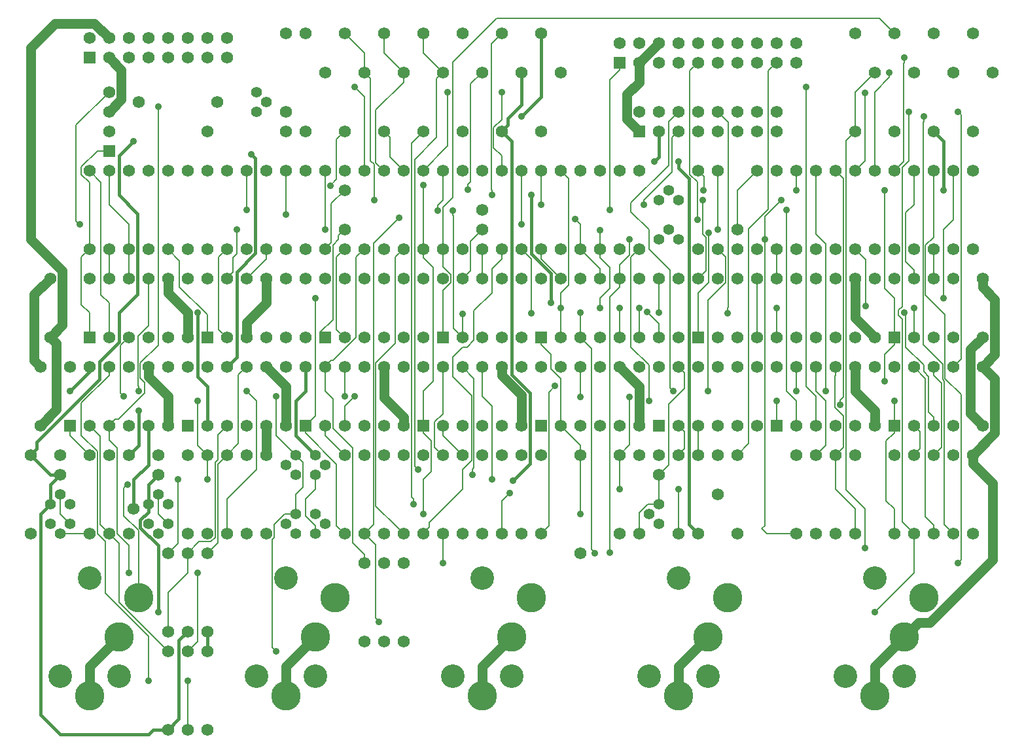
<source format=gbr>
G04 #@! TF.GenerationSoftware,KiCad,Pcbnew,(5.0.0)*
G04 #@! TF.CreationDate,2018-10-08T11:41:10-07:00*
G04 #@! TF.ProjectId,500-1007,3530302D313030372E6B696361645F70,A*
G04 #@! TF.SameCoordinates,Original*
G04 #@! TF.FileFunction,Copper,L1,Top,Signal*
G04 #@! TF.FilePolarity,Positive*
%FSLAX46Y46*%
G04 Gerber Fmt 4.6, Leading zero omitted, Abs format (unit mm)*
G04 Created by KiCad (PCBNEW (5.0.0)) date 10/08/18 11:41:10*
%MOMM*%
%LPD*%
G01*
G04 APERTURE LIST*
G04 #@! TA.AperFunction,ComponentPad*
%ADD10C,1.574800*%
G04 #@! TD*
G04 #@! TA.AperFunction,ComponentPad*
%ADD11C,3.810000*%
G04 #@! TD*
G04 #@! TA.AperFunction,ComponentPad*
%ADD12C,3.048000*%
G04 #@! TD*
G04 #@! TA.AperFunction,ComponentPad*
%ADD13C,1.397000*%
G04 #@! TD*
G04 #@! TA.AperFunction,ComponentPad*
%ADD14R,1.574800X1.574800*%
G04 #@! TD*
G04 #@! TA.AperFunction,ViaPad*
%ADD15C,0.914400*%
G04 #@! TD*
G04 #@! TA.AperFunction,ViaPad*
%ADD16C,1.574800*%
G04 #@! TD*
G04 #@! TA.AperFunction,Conductor*
%ADD17C,0.177800*%
G04 #@! TD*
G04 #@! TA.AperFunction,Conductor*
%ADD18C,0.381000*%
G04 #@! TD*
G04 #@! TA.AperFunction,Conductor*
%ADD19C,1.270000*%
G04 #@! TD*
G04 APERTURE END LIST*
D10*
G04 #@! TO.P,C1,1*
G04 #@! TO.N,/VCO/LinFM*
X129540000Y-64770000D03*
G04 #@! TO.P,C1,2*
G04 #@! TO.N,Net-(C1-Pad2)*
X129540000Y-59690000D03*
G04 #@! TD*
G04 #@! TO.P,C2,1*
G04 #@! TO.N,+15V0*
X104140000Y-85090000D03*
G04 #@! TO.P,C2,2*
G04 #@! TO.N,GND*
X104140000Y-92710000D03*
G04 #@! TD*
G04 #@! TO.P,C3,1*
G04 #@! TO.N,-15V0*
X116840000Y-92710000D03*
G04 #@! TO.P,C3,2*
G04 #@! TO.N,GND*
X116840000Y-85090000D03*
G04 #@! TD*
G04 #@! TO.P,C4,1*
G04 #@! TO.N,+15V0*
X91440000Y-73660000D03*
G04 #@! TO.P,C4,2*
G04 #@! TO.N,GND*
X91440000Y-81280000D03*
G04 #@! TD*
G04 #@! TO.P,C6,1*
G04 #@! TO.N,-15V0*
X104140000Y-81280000D03*
G04 #@! TO.P,C6,2*
G04 #@! TO.N,GND*
X104140000Y-73660000D03*
G04 #@! TD*
G04 #@! TO.P,C7,1*
G04 #@! TO.N,/VCO/SYNC*
X160020000Y-101600000D03*
G04 #@! TO.P,C7,2*
G04 #@! TO.N,Net-(C7-Pad2)*
X160020000Y-96520000D03*
G04 #@! TD*
G04 #@! TO.P,C8,1*
G04 #@! TO.N,Net-(C8-Pad1)*
X162560000Y-67310000D03*
G04 #@! TO.P,C8,2*
G04 #@! TO.N,GND*
X162560000Y-69850000D03*
G04 #@! TD*
G04 #@! TO.P,C9,1*
G04 #@! TO.N,Net-(C9-Pad1)*
X142240000Y-96520000D03*
G04 #@! TO.P,C9,2*
G04 #@! TO.N,Net-(C9-Pad2)*
X142240000Y-109220000D03*
G04 #@! TD*
G04 #@! TO.P,C10,1*
G04 #@! TO.N,+15V0*
X154940000Y-73660000D03*
G04 #@! TO.P,C10,2*
G04 #@! TO.N,GND*
X154940000Y-81280000D03*
G04 #@! TD*
G04 #@! TO.P,C11,1*
G04 #@! TO.N,-15V0*
X177800000Y-81280000D03*
G04 #@! TO.P,C11,2*
G04 #@! TO.N,GND*
X177800000Y-73660000D03*
G04 #@! TD*
G04 #@! TO.P,C12,1*
G04 #@! TO.N,Net-(C12-Pad1)*
X152400000Y-96520000D03*
G04 #@! TO.P,C12,2*
G04 #@! TO.N,Net-(C12-Pad2)*
X152400000Y-99060000D03*
G04 #@! TD*
G04 #@! TO.P,C13,1*
G04 #@! TO.N,+15V0*
X180340000Y-73660000D03*
G04 #@! TO.P,C13,2*
G04 #@! TO.N,GND*
X180340000Y-81280000D03*
G04 #@! TD*
G04 #@! TO.P,C14,1*
G04 #@! TO.N,-15V0*
X194310000Y-81280000D03*
G04 #@! TO.P,C14,2*
G04 #@! TO.N,GND*
X194310000Y-73660000D03*
G04 #@! TD*
G04 #@! TO.P,C15,1*
G04 #@! TO.N,Net-(C15-Pad1)*
X129540000Y-69850000D03*
G04 #@! TO.P,C15,2*
G04 #@! TO.N,Net-(C15-Pad2)*
X129540000Y-67310000D03*
G04 #@! TD*
G04 #@! TO.P,C16,1*
G04 #@! TO.N,+15V0*
X165100000Y-85090000D03*
G04 #@! TO.P,C16,2*
G04 #@! TO.N,GND*
X165100000Y-92710000D03*
G04 #@! TD*
G04 #@! TO.P,C17,1*
G04 #@! TO.N,+15V0*
X121920000Y-73660000D03*
G04 #@! TO.P,C17,2*
G04 #@! TO.N,GND*
X121920000Y-81280000D03*
G04 #@! TD*
G04 #@! TO.P,C18,1*
G04 #@! TO.N,+15V0*
X119380000Y-85090000D03*
G04 #@! TO.P,C18,2*
G04 #@! TO.N,GND*
X119380000Y-92710000D03*
G04 #@! TD*
G04 #@! TO.P,C19,1*
G04 #@! TO.N,+15V0*
X106680000Y-73660000D03*
G04 #@! TO.P,C19,2*
G04 #@! TO.N,GND*
X106680000Y-81280000D03*
G04 #@! TD*
G04 #@! TO.P,C20,1*
G04 #@! TO.N,Net-(C20-Pad1)*
X111760000Y-69850000D03*
G04 #@! TO.P,C20,2*
G04 #@! TO.N,Net-(C20-Pad2)*
X111760000Y-67310000D03*
G04 #@! TD*
G04 #@! TO.P,C21,1*
G04 #@! TO.N,-15V0*
X177800000Y-92710000D03*
G04 #@! TO.P,C21,2*
G04 #@! TO.N,GND*
X177800000Y-85090000D03*
G04 #@! TD*
G04 #@! TO.P,C22,1*
G04 #@! TO.N,-15V0*
X134620000Y-81280000D03*
G04 #@! TO.P,C22,2*
G04 #@! TO.N,GND*
X134620000Y-73660000D03*
G04 #@! TD*
G04 #@! TO.P,C23,1*
G04 #@! TO.N,-15V0*
X132080000Y-92710000D03*
G04 #@! TO.P,C23,2*
G04 #@! TO.N,GND*
X132080000Y-85090000D03*
G04 #@! TD*
G04 #@! TO.P,C24,1*
G04 #@! TO.N,-15V0*
X119380000Y-81280000D03*
G04 #@! TO.P,C24,2*
G04 #@! TO.N,GND*
X119380000Y-73660000D03*
G04 #@! TD*
G04 #@! TO.P,C25,1*
G04 #@! TO.N,+15V0*
X134620000Y-85090000D03*
G04 #@! TO.P,C25,2*
G04 #@! TO.N,GND*
X134620000Y-92710000D03*
G04 #@! TD*
G04 #@! TO.P,C26,1*
G04 #@! TO.N,-15V0*
X147320000Y-92710000D03*
G04 #@! TO.P,C26,2*
G04 #@! TO.N,GND*
X147320000Y-85090000D03*
G04 #@! TD*
G04 #@! TO.P,C27,1*
G04 #@! TO.N,+15V0*
X149860000Y-85090000D03*
G04 #@! TO.P,C27,2*
G04 #@! TO.N,GND*
X149860000Y-92710000D03*
G04 #@! TD*
G04 #@! TO.P,C28,1*
G04 #@! TO.N,-15V0*
X162560000Y-92710000D03*
G04 #@! TO.P,C28,2*
G04 #@! TO.N,GND*
X162560000Y-85090000D03*
G04 #@! TD*
G04 #@! TO.P,C29,1*
G04 #@! TO.N,+15V0*
X72390000Y-85090000D03*
G04 #@! TO.P,C29,2*
G04 #@! TO.N,GND*
X72390000Y-92710000D03*
G04 #@! TD*
G04 #@! TO.P,C30,1*
G04 #@! TO.N,-15V0*
X86360000Y-92710000D03*
G04 #@! TO.P,C30,2*
G04 #@! TO.N,GND*
X86360000Y-85090000D03*
G04 #@! TD*
G04 #@! TO.P,C31,1*
G04 #@! TO.N,+15V0*
X88900000Y-85090000D03*
G04 #@! TO.P,C31,2*
G04 #@! TO.N,GND*
X88900000Y-92710000D03*
G04 #@! TD*
G04 #@! TO.P,C32,1*
G04 #@! TO.N,-15V0*
X101600000Y-92710000D03*
G04 #@! TO.P,C32,2*
G04 #@! TO.N,GND*
X101600000Y-85090000D03*
G04 #@! TD*
G04 #@! TO.P,C33,1*
G04 #@! TO.N,+15V0*
X73660000Y-73660000D03*
G04 #@! TO.P,C33,2*
G04 #@! TO.N,GND*
X73660000Y-81280000D03*
G04 #@! TD*
G04 #@! TO.P,C34,1*
G04 #@! TO.N,-15V0*
X88900000Y-81280000D03*
G04 #@! TO.P,C34,2*
G04 #@! TO.N,GND*
X88900000Y-73660000D03*
G04 #@! TD*
G04 #@! TO.P,C35,1*
G04 #@! TO.N,/WaveShaper/+10VR*
X74930000Y-99060000D03*
G04 #@! TO.P,C35,2*
G04 #@! TO.N,GND*
X74930000Y-96520000D03*
G04 #@! TD*
G04 #@! TO.P,C36,1*
G04 #@! TO.N,GND*
X87630000Y-96520000D03*
G04 #@! TO.P,C36,2*
G04 #@! TO.N,/WaveShaper/-10vr*
X87630000Y-99060000D03*
G04 #@! TD*
G04 #@! TO.P,D1,1*
G04 #@! TO.N,/VCO/PULSE*
X119380000Y-110490000D03*
G04 #@! TO.P,D1,2*
G04 #@! TO.N,Net-(D1-Pad2)*
X119380000Y-120650000D03*
G04 #@! TD*
G04 #@! TO.P,D2,1*
G04 #@! TO.N,GND*
X116840000Y-110490000D03*
G04 #@! TO.P,D2,2*
G04 #@! TO.N,Net-(D1-Pad2)*
X116840000Y-120650000D03*
G04 #@! TD*
G04 #@! TO.P,D3,1*
G04 #@! TO.N,Net-(D3-Pad1)*
X88900000Y-59690000D03*
G04 #@! TO.P,D3,2*
G04 #@! TO.N,Net-(D3-Pad2)*
X88900000Y-69850000D03*
G04 #@! TD*
G04 #@! TO.P,D4,1*
G04 #@! TO.N,Net-(D3-Pad2)*
X86360000Y-69850000D03*
G04 #@! TO.P,D4,2*
G04 #@! TO.N,Net-(D4-Pad2)*
X86360000Y-59690000D03*
G04 #@! TD*
D11*
G04 #@! TO.P,J1,1*
G04 #@! TO.N,GND*
X78740000Y-127711200D03*
D12*
G04 #@! TO.P,J1,*
G04 #@! TO.N,*
X82550000Y-125171200D03*
D11*
G04 #@! TO.P,J1,2*
G04 #@! TO.N,GND*
X82550000Y-120091200D03*
G04 #@! TO.P,J1,3*
G04 #@! TO.N,/VCO/SYNC*
X85090000Y-115011200D03*
D12*
G04 #@! TO.P,J1,*
G04 #@! TO.N,*
X78740000Y-112471200D03*
X74930000Y-125171200D03*
G04 #@! TD*
D11*
G04 #@! TO.P,J2,1*
G04 #@! TO.N,GND*
X104140000Y-127711200D03*
D12*
G04 #@! TO.P,J2,*
G04 #@! TO.N,*
X107950000Y-125171200D03*
D11*
G04 #@! TO.P,J2,2*
G04 #@! TO.N,GND*
X107950000Y-120091200D03*
G04 #@! TO.P,J2,3*
G04 #@! TO.N,Net-(J2-Pad3)*
X110490000Y-115011200D03*
D12*
G04 #@! TO.P,J2,*
G04 #@! TO.N,*
X104140000Y-112471200D03*
X100330000Y-125171200D03*
G04 #@! TD*
D11*
G04 #@! TO.P,J3,1*
G04 #@! TO.N,GND*
X129540000Y-127711200D03*
D12*
G04 #@! TO.P,J3,*
G04 #@! TO.N,*
X133350000Y-125171200D03*
D11*
G04 #@! TO.P,J3,2*
G04 #@! TO.N,GND*
X133350000Y-120091200D03*
G04 #@! TO.P,J3,3*
G04 #@! TO.N,Net-(J3-Pad3)*
X135890000Y-115011200D03*
D12*
G04 #@! TO.P,J3,*
G04 #@! TO.N,*
X129540000Y-112471200D03*
X125730000Y-125171200D03*
G04 #@! TD*
D11*
G04 #@! TO.P,J4,1*
G04 #@! TO.N,GND*
X154940000Y-127711200D03*
D12*
G04 #@! TO.P,J4,*
G04 #@! TO.N,*
X158750000Y-125171200D03*
D11*
G04 #@! TO.P,J4,2*
G04 #@! TO.N,GND*
X158750000Y-120091200D03*
G04 #@! TO.P,J4,3*
G04 #@! TO.N,/VCO/VCO1*
X161290000Y-115011200D03*
D12*
G04 #@! TO.P,J4,*
G04 #@! TO.N,*
X154940000Y-112471200D03*
X151130000Y-125171200D03*
G04 #@! TD*
D11*
G04 #@! TO.P,J5,1*
G04 #@! TO.N,GND*
X180340000Y-127711200D03*
D12*
G04 #@! TO.P,J5,*
G04 #@! TO.N,*
X184150000Y-125171200D03*
D11*
G04 #@! TO.P,J5,2*
G04 #@! TO.N,GND*
X184150000Y-120091200D03*
G04 #@! TO.P,J5,3*
G04 #@! TO.N,Net-(J5-Pad3)*
X186690000Y-115011200D03*
D12*
G04 #@! TO.P,J5,*
G04 #@! TO.N,*
X180340000Y-112471200D03*
X176530000Y-125171200D03*
G04 #@! TD*
D13*
G04 #@! TO.P,Q1,2*
G04 #@! TO.N,Net-(Q1-Pad2)*
X109220000Y-105410000D03*
G04 #@! TO.P,Q1,3*
G04 #@! TO.N,Net-(Q1-Pad3)*
X107950000Y-106680000D03*
G04 #@! TO.P,Q1,1*
G04 #@! TO.N,Net-(Q1-Pad1)*
X107950000Y-104140000D03*
G04 #@! TO.P,Q1,6*
G04 #@! TO.N,Net-(Q1-Pad6)*
X105410000Y-104140000D03*
G04 #@! TO.P,Q1,4*
G04 #@! TO.N,Net-(Q1-Pad4)*
X105410000Y-106680000D03*
G04 #@! TO.P,Q1,5*
G04 #@! TO.N,Net-(Q1-Pad5)*
X104140000Y-105410000D03*
G04 #@! TD*
G04 #@! TO.P,Q2,2*
G04 #@! TO.N,Net-(Q1-Pad3)*
X109220000Y-97790000D03*
G04 #@! TO.P,Q2,3*
X107950000Y-99060000D03*
G04 #@! TO.P,Q2,1*
G04 #@! TO.N,+15V0*
X107950000Y-96520000D03*
G04 #@! TO.P,Q2,6*
G04 #@! TO.N,Net-(Q1-Pad6)*
X105410000Y-96520000D03*
G04 #@! TO.P,Q2,4*
G04 #@! TO.N,+15V0*
X105410000Y-99060000D03*
G04 #@! TO.P,Q2,5*
G04 #@! TO.N,Net-(Q1-Pad3)*
X104140000Y-97790000D03*
G04 #@! TD*
G04 #@! TO.P,Q3,1*
G04 #@! TO.N,/WaveShaper/+10VR*
X73660000Y-102870000D03*
G04 #@! TO.P,Q3,2*
G04 #@! TO.N,Net-(Q3-Pad2)*
X74930000Y-101600000D03*
G04 #@! TO.P,Q3,3*
G04 #@! TO.N,Net-(Q3-Pad3)*
X76200000Y-102870000D03*
G04 #@! TD*
G04 #@! TO.P,Q4,1*
G04 #@! TO.N,Net-(Q3-Pad2)*
X76200000Y-105410000D03*
G04 #@! TO.P,Q4,2*
G04 #@! TO.N,Net-(Q3-Pad3)*
X74930000Y-106680000D03*
G04 #@! TO.P,Q4,3*
G04 #@! TO.N,+15V0*
X73660000Y-105410000D03*
G04 #@! TD*
G04 #@! TO.P,Q5,1*
G04 #@! TO.N,Net-(C9-Pad2)*
X152400000Y-105410000D03*
G04 #@! TO.P,Q5,2*
G04 #@! TO.N,Net-(C9-Pad1)*
X151130000Y-104140000D03*
G04 #@! TO.P,Q5,3*
G04 #@! TO.N,Net-(C12-Pad2)*
X152400000Y-102870000D03*
G04 #@! TD*
G04 #@! TO.P,Q6,1*
G04 #@! TO.N,Net-(Q6-Pad1)*
X152400000Y-63500000D03*
G04 #@! TO.P,Q6,2*
G04 #@! TO.N,Net-(Q6-Pad2)*
X153670000Y-62230000D03*
G04 #@! TO.P,Q6,3*
G04 #@! TO.N,Net-(Q6-Pad3)*
X154940000Y-63500000D03*
G04 #@! TD*
G04 #@! TO.P,Q7,1*
G04 #@! TO.N,Net-(Q7-Pad1)*
X152400000Y-68580000D03*
G04 #@! TO.P,Q7,2*
G04 #@! TO.N,Net-(Q7-Pad2)*
X153670000Y-67310000D03*
G04 #@! TO.P,Q7,3*
G04 #@! TO.N,Net-(Q7-Pad3)*
X154940000Y-68580000D03*
G04 #@! TD*
D10*
G04 #@! TO.P,Q8,14*
G04 #@! TO.N,N/C*
X137160000Y-73660000D03*
D14*
G04 #@! TO.P,Q8,1*
G04 #@! TO.N,Net-(C9-Pad1)*
X137160000Y-81280000D03*
D10*
G04 #@! TO.P,Q8,13*
G04 #@! TO.N,Net-(Q8-Pad10)*
X139700000Y-73660000D03*
G04 #@! TO.P,Q8,2*
G04 #@! TO.N,Net-(Q8-Pad2)*
X139700000Y-81280000D03*
G04 #@! TO.P,Q8,12*
G04 #@! TO.N,N/C*
X142240000Y-73660000D03*
G04 #@! TO.P,Q8,3*
G04 #@! TO.N,Net-(Q8-Pad3)*
X142240000Y-81280000D03*
G04 #@! TO.P,Q8,11*
G04 #@! TO.N,Net-(C20-Pad1)*
X144780000Y-73660000D03*
G04 #@! TO.P,Q8,4*
G04 #@! TO.N,GND*
X144780000Y-81280000D03*
G04 #@! TO.P,Q8,10*
G04 #@! TO.N,Net-(Q8-Pad10)*
X147320000Y-73660000D03*
G04 #@! TO.P,Q8,5*
G04 #@! TO.N,Net-(C15-Pad1)*
X147320000Y-81280000D03*
G04 #@! TO.P,Q8,9*
G04 #@! TO.N,GND*
X149860000Y-73660000D03*
G04 #@! TO.P,Q8,6*
G04 #@! TO.N,Net-(Q8-Pad2)*
X149860000Y-81280000D03*
G04 #@! TO.P,Q8,8*
G04 #@! TO.N,Net-(Q8-Pad8)*
X152400000Y-73660000D03*
G04 #@! TO.P,Q8,7*
G04 #@! TO.N,Net-(Q8-Pad3)*
X152400000Y-81280000D03*
G04 #@! TD*
D13*
G04 #@! TO.P,Q9,1*
G04 #@! TO.N,/WaveShaper/-10vr*
X86360000Y-102870000D03*
G04 #@! TO.P,Q9,2*
G04 #@! TO.N,Net-(Q10-Pad1)*
X87630000Y-101600000D03*
G04 #@! TO.P,Q9,3*
G04 #@! TO.N,Net-(Q10-Pad2)*
X88900000Y-102870000D03*
G04 #@! TD*
G04 #@! TO.P,Q10,1*
G04 #@! TO.N,Net-(Q10-Pad1)*
X88900000Y-105410000D03*
G04 #@! TO.P,Q10,2*
G04 #@! TO.N,Net-(Q10-Pad2)*
X87630000Y-106680000D03*
G04 #@! TO.P,Q10,3*
G04 #@! TO.N,-15V0*
X86360000Y-105410000D03*
G04 #@! TD*
D10*
G04 #@! TO.P,R1,1*
G04 #@! TO.N,Net-(J2-Pad3)*
X185420000Y-106680000D03*
G04 #@! TO.P,R1,2*
G04 #@! TO.N,Net-(R1-Pad2)*
X185420000Y-96520000D03*
G04 #@! TD*
G04 #@! TO.P,R2,1*
G04 #@! TO.N,Net-(J3-Pad3)*
X190500000Y-106680000D03*
G04 #@! TO.P,R2,2*
G04 #@! TO.N,Net-(R2-Pad2)*
X190500000Y-96520000D03*
G04 #@! TD*
G04 #@! TO.P,R3,1*
G04 #@! TO.N,Net-(J5-Pad3)*
X114300000Y-106680000D03*
G04 #@! TO.P,R3,2*
G04 #@! TO.N,Net-(R3-Pad2)*
X114300000Y-96520000D03*
G04 #@! TD*
G04 #@! TO.P,R4,1*
G04 #@! TO.N,Net-(R1-Pad2)*
X182880000Y-96520000D03*
G04 #@! TO.P,R4,2*
G04 #@! TO.N,/VCO/PWM2*
X182880000Y-106680000D03*
G04 #@! TD*
G04 #@! TO.P,R5,1*
G04 #@! TO.N,Net-(R2-Pad2)*
X187960000Y-96520000D03*
G04 #@! TO.P,R5,2*
G04 #@! TO.N,/VCO/PWM3*
X187960000Y-106680000D03*
G04 #@! TD*
G04 #@! TO.P,R6,1*
G04 #@! TO.N,Net-(R3-Pad2)*
X111760000Y-96520000D03*
G04 #@! TO.P,R6,2*
G04 #@! TO.N,/VCO/VCO2*
X111760000Y-106680000D03*
G04 #@! TD*
G04 #@! TO.P,R7,1*
G04 #@! TO.N,/VCO/PULSE*
X162560000Y-106680000D03*
G04 #@! TO.P,R7,2*
G04 #@! TO.N,Net-(P3-Pad17)*
X162560000Y-96520000D03*
G04 #@! TD*
G04 #@! TO.P,R8,1*
G04 #@! TO.N,/VCO/RAMP*
X121920000Y-69850000D03*
G04 #@! TO.P,R8,2*
G04 #@! TO.N,Net-(P3-Pad13)*
X121920000Y-59690000D03*
G04 #@! TD*
G04 #@! TO.P,R9,1*
G04 #@! TO.N,/WaveShaper/SINE*
X114300000Y-69850000D03*
G04 #@! TO.P,R9,2*
G04 #@! TO.N,Net-(P3-Pad5)*
X114300000Y-59690000D03*
G04 #@! TD*
G04 #@! TO.P,R10,1*
G04 #@! TO.N,/WaveShaper/TRI*
X116840000Y-59690000D03*
G04 #@! TO.P,R10,2*
G04 #@! TO.N,Net-(P3-Pad9)*
X116840000Y-69850000D03*
G04 #@! TD*
G04 #@! TO.P,R11,1*
G04 #@! TO.N,Net-(C15-Pad1)*
X127000000Y-69850000D03*
G04 #@! TO.P,R11,2*
G04 #@! TO.N,Net-(C1-Pad2)*
X127000000Y-59690000D03*
G04 #@! TD*
G04 #@! TO.P,R13,1*
G04 #@! TO.N,/VCO/RAMP*
X96520000Y-59690000D03*
G04 #@! TO.P,R13,2*
G04 #@! TO.N,Net-(R13-Pad2)*
X96520000Y-69850000D03*
G04 #@! TD*
G04 #@! TO.P,R14,1*
G04 #@! TO.N,Net-(R12-Pad2)*
X99060000Y-59690000D03*
G04 #@! TO.P,R14,2*
G04 #@! TO.N,Net-(R13-Pad2)*
X99060000Y-69850000D03*
G04 #@! TD*
G04 #@! TO.P,R15,1*
G04 #@! TO.N,Net-(R13-Pad2)*
X93980000Y-69850000D03*
G04 #@! TO.P,R15,2*
G04 #@! TO.N,Net-(D4-Pad2)*
X93980000Y-59690000D03*
G04 #@! TD*
G04 #@! TO.P,R16,1*
G04 #@! TO.N,Net-(R13-Pad2)*
X91440000Y-69850000D03*
G04 #@! TO.P,R16,2*
G04 #@! TO.N,Net-(D3-Pad1)*
X91440000Y-59690000D03*
G04 #@! TD*
G04 #@! TO.P,R17,1*
G04 #@! TO.N,/VCO/PWM1*
X177800000Y-59690000D03*
G04 #@! TO.P,R17,2*
G04 #@! TO.N,Net-(R17-Pad2)*
X177800000Y-69850000D03*
G04 #@! TD*
G04 #@! TO.P,R18,1*
G04 #@! TO.N,/VCO/PWM2*
X175260000Y-59690000D03*
G04 #@! TO.P,R18,2*
G04 #@! TO.N,Net-(R17-Pad2)*
X175260000Y-69850000D03*
G04 #@! TD*
G04 #@! TO.P,R19,1*
G04 #@! TO.N,/VCO/PWM3*
X172720000Y-59690000D03*
G04 #@! TO.P,R19,2*
G04 #@! TO.N,Net-(R17-Pad2)*
X172720000Y-69850000D03*
G04 #@! TD*
G04 #@! TO.P,R20,1*
G04 #@! TO.N,/VCO/VCO1*
X187960000Y-59690000D03*
G04 #@! TO.P,R20,2*
G04 #@! TO.N,Net-(R20-Pad2)*
X187960000Y-69850000D03*
G04 #@! TD*
G04 #@! TO.P,R21,1*
G04 #@! TO.N,/VCO/VCO2*
X190500000Y-59690000D03*
G04 #@! TO.P,R21,2*
G04 #@! TO.N,Net-(R20-Pad2)*
X190500000Y-69850000D03*
G04 #@! TD*
G04 #@! TO.P,R22,1*
G04 #@! TO.N,/VCO/VCO3*
X193040000Y-59690000D03*
G04 #@! TO.P,R22,2*
G04 #@! TO.N,Net-(R20-Pad2)*
X193040000Y-69850000D03*
G04 #@! TD*
G04 #@! TO.P,R26,1*
G04 #@! TO.N,/VCO/-5Vr*
X193040000Y-41910000D03*
G04 #@! TO.P,R26,2*
G04 #@! TO.N,Net-(R26-Pad2)*
X195580000Y-46990000D03*
G04 #@! TO.P,R26,3*
G04 #@! TO.N,Net-(R26-Pad3)*
X193040000Y-54610000D03*
G04 #@! TD*
G04 #@! TO.P,R27,1*
G04 #@! TO.N,Net-(R26-Pad3)*
X193040000Y-106680000D03*
G04 #@! TO.P,R27,2*
G04 #@! TO.N,GND*
X193040000Y-96520000D03*
G04 #@! TD*
G04 #@! TO.P,R28,1*
G04 #@! TO.N,Net-(R17-Pad2)*
X170180000Y-69850000D03*
G04 #@! TO.P,R28,2*
G04 #@! TO.N,Net-(R28-Pad2)*
X170180000Y-59690000D03*
G04 #@! TD*
G04 #@! TO.P,R29,1*
G04 #@! TO.N,Net-(R20-Pad2)*
X182880000Y-69850000D03*
G04 #@! TO.P,R29,2*
G04 #@! TO.N,Net-(R29-Pad2)*
X182880000Y-59690000D03*
G04 #@! TD*
G04 #@! TO.P,R30,1*
G04 #@! TO.N,Net-(R20-Pad2)*
X180340000Y-69850000D03*
G04 #@! TO.P,R30,2*
G04 #@! TO.N,Net-(R30-Pad2)*
X180340000Y-59690000D03*
G04 #@! TD*
G04 #@! TO.P,R31,1*
G04 #@! TO.N,Net-(R20-Pad2)*
X185420000Y-69850000D03*
G04 #@! TO.P,R31,2*
G04 #@! TO.N,Net-(R31-Pad2)*
X185420000Y-59690000D03*
G04 #@! TD*
G04 #@! TO.P,R32,1*
G04 #@! TO.N,/VCO/-5Vr*
X187960000Y-41910000D03*
G04 #@! TO.P,R32,2*
G04 #@! TO.N,Net-(R29-Pad2)*
X190500000Y-46990000D03*
G04 #@! TO.P,R32,3*
G04 #@! TO.N,/VCO/+5Vr*
X187960000Y-54610000D03*
G04 #@! TD*
G04 #@! TO.P,R33,1*
G04 #@! TO.N,Net-(R33-Pad1)*
X149860000Y-69850000D03*
G04 #@! TO.P,R33,2*
G04 #@! TO.N,Net-(Q6-Pad2)*
X149860000Y-59690000D03*
G04 #@! TD*
G04 #@! TO.P,R34,1*
G04 #@! TO.N,Net-(R31-Pad2)*
X167640000Y-59690000D03*
G04 #@! TO.P,R34,2*
G04 #@! TO.N,Net-(R34-Pad2)*
X167640000Y-69850000D03*
G04 #@! TD*
G04 #@! TO.P,R35,1*
G04 #@! TO.N,Net-(R34-Pad2)*
X165100000Y-69850000D03*
G04 #@! TO.P,R35,2*
G04 #@! TO.N,Net-(C8-Pad1)*
X165100000Y-59690000D03*
G04 #@! TD*
G04 #@! TO.P,R36,1*
G04 #@! TO.N,Net-(Q6-Pad1)*
X147320000Y-59690000D03*
G04 #@! TO.P,R36,2*
G04 #@! TO.N,GND*
X147320000Y-69850000D03*
G04 #@! TD*
G04 #@! TO.P,R37,1*
G04 #@! TO.N,Net-(C9-Pad2)*
X147320000Y-106680000D03*
G04 #@! TO.P,R37,2*
G04 #@! TO.N,Net-(R37-Pad2)*
X147320000Y-96520000D03*
G04 #@! TD*
G04 #@! TO.P,R38,1*
G04 #@! TO.N,Net-(C12-Pad2)*
X149860000Y-106680000D03*
G04 #@! TO.P,R38,2*
G04 #@! TO.N,GND*
X149860000Y-96520000D03*
G04 #@! TD*
G04 #@! TO.P,R39,1*
G04 #@! TO.N,Net-(R37-Pad2)*
X154940000Y-106680000D03*
G04 #@! TO.P,R39,2*
G04 #@! TO.N,Net-(C12-Pad1)*
X154940000Y-96520000D03*
G04 #@! TD*
G04 #@! TO.P,R40,1*
G04 #@! TO.N,Net-(Q8-Pad3)*
X172720000Y-106680000D03*
G04 #@! TO.P,R40,2*
G04 #@! TO.N,Net-(R40-Pad2)*
X172720000Y-96520000D03*
G04 #@! TD*
G04 #@! TO.P,R41,1*
G04 #@! TO.N,Net-(Q8-Pad10)*
X175260000Y-106680000D03*
G04 #@! TO.P,R41,2*
G04 #@! TO.N,Net-(R41-Pad2)*
X175260000Y-96520000D03*
G04 #@! TD*
G04 #@! TO.P,R42,1*
G04 #@! TO.N,Net-(C7-Pad2)*
X157480000Y-96520000D03*
G04 #@! TO.P,R42,2*
G04 #@! TO.N,/VCO/+5Vr*
X157480000Y-106680000D03*
G04 #@! TD*
G04 #@! TO.P,R43,1*
G04 #@! TO.N,Net-(R41-Pad2)*
X177800000Y-106680000D03*
G04 #@! TO.P,R43,2*
G04 #@! TO.N,GND*
X177800000Y-96520000D03*
G04 #@! TD*
G04 #@! TO.P,R44,1*
G04 #@! TO.N,Net-(R40-Pad2)*
X170180000Y-96520000D03*
G04 #@! TO.P,R44,2*
G04 #@! TO.N,Net-(Q7-Pad1)*
X170180000Y-106680000D03*
G04 #@! TD*
G04 #@! TO.P,R45,1*
G04 #@! TO.N,/VCO/-5Vr*
X177800000Y-41910000D03*
G04 #@! TO.P,R45,2*
G04 #@! TO.N,Net-(R45-Pad2)*
X180340000Y-46990000D03*
G04 #@! TO.P,R45,3*
X177800000Y-54610000D03*
G04 #@! TD*
G04 #@! TO.P,R46,1*
G04 #@! TO.N,Net-(R46-Pad1)*
X160020000Y-69850000D03*
G04 #@! TO.P,R46,2*
G04 #@! TO.N,Net-(Q7-Pad2)*
X160020000Y-59690000D03*
G04 #@! TD*
G04 #@! TO.P,R47,1*
G04 #@! TO.N,Net-(R47-Pad1)*
X182880000Y-41910000D03*
G04 #@! TO.P,R47,2*
G04 #@! TO.N,Net-(R30-Pad2)*
X185420000Y-46990000D03*
G04 #@! TO.P,R47,3*
G04 #@! TO.N,GND*
X182880000Y-54610000D03*
G04 #@! TD*
G04 #@! TO.P,R48,1*
G04 #@! TO.N,Net-(R45-Pad2)*
X129540000Y-106680000D03*
G04 #@! TO.P,R48,2*
G04 #@! TO.N,Net-(R48-Pad2)*
X129540000Y-96520000D03*
G04 #@! TD*
G04 #@! TO.P,R49,1*
G04 #@! TO.N,Net-(R37-Pad2)*
X132080000Y-106680000D03*
G04 #@! TO.P,R49,2*
G04 #@! TO.N,Net-(R48-Pad2)*
X132080000Y-96520000D03*
G04 #@! TD*
G04 #@! TO.P,R50,1*
G04 #@! TO.N,Net-(Q7-Pad1)*
X157480000Y-59690000D03*
G04 #@! TO.P,R50,2*
G04 #@! TO.N,GND*
X157480000Y-69850000D03*
G04 #@! TD*
G04 #@! TO.P,R51,1*
G04 #@! TO.N,Net-(Q8-Pad2)*
X139700000Y-59690000D03*
G04 #@! TO.P,R51,2*
G04 #@! TO.N,GND*
X139700000Y-69850000D03*
G04 #@! TD*
G04 #@! TO.P,R52,1*
G04 #@! TO.N,Net-(R47-Pad1)*
X124460000Y-69850000D03*
G04 #@! TO.P,R52,2*
G04 #@! TO.N,Net-(Q8-Pad8)*
X124460000Y-59690000D03*
G04 #@! TD*
G04 #@! TO.P,R53,1*
G04 #@! TO.N,Net-(R48-Pad2)*
X127000000Y-96520000D03*
G04 #@! TO.P,R53,2*
G04 #@! TO.N,/VCO/RAMP*
X127000000Y-106680000D03*
G04 #@! TD*
G04 #@! TO.P,R54,1*
G04 #@! TO.N,/VCO/RAMP*
X134620000Y-106680000D03*
G04 #@! TO.P,R54,2*
G04 #@! TO.N,Net-(R54-Pad2)*
X134620000Y-96520000D03*
G04 #@! TD*
G04 #@! TO.P,R55,1*
G04 #@! TO.N,Net-(R28-Pad2)*
X137160000Y-106680000D03*
G04 #@! TO.P,R55,2*
G04 #@! TO.N,Net-(R55-Pad2)*
X137160000Y-96520000D03*
G04 #@! TD*
G04 #@! TO.P,R56,1*
G04 #@! TO.N,Net-(Q8-Pad3)*
X134620000Y-69850000D03*
G04 #@! TO.P,R56,2*
G04 #@! TO.N,Net-(C15-Pad2)*
X134620000Y-59690000D03*
G04 #@! TD*
G04 #@! TO.P,R57,1*
G04 #@! TO.N,/VCO/+5Vr*
X144780000Y-59690000D03*
G04 #@! TO.P,R57,2*
G04 #@! TO.N,Net-(C15-Pad1)*
X144780000Y-69850000D03*
G04 #@! TD*
G04 #@! TO.P,R58,1*
G04 #@! TO.N,Net-(R58-Pad1)*
X124460000Y-96520000D03*
G04 #@! TO.P,R58,2*
G04 #@! TO.N,/VCO/PULSE*
X124460000Y-106680000D03*
G04 #@! TD*
G04 #@! TO.P,R59,1*
G04 #@! TO.N,/VCO/+5Vr*
X142240000Y-59690000D03*
G04 #@! TO.P,R59,2*
G04 #@! TO.N,Net-(C20-Pad1)*
X142240000Y-69850000D03*
G04 #@! TD*
G04 #@! TO.P,R60,1*
G04 #@! TO.N,Net-(Q8-Pad10)*
X137160000Y-69850000D03*
G04 #@! TO.P,R60,2*
G04 #@! TO.N,Net-(C20-Pad2)*
X137160000Y-59690000D03*
G04 #@! TD*
G04 #@! TO.P,R62,1*
G04 #@! TO.N,Net-(R61-Pad3)*
X119380000Y-59690000D03*
G04 #@! TO.P,R62,2*
G04 #@! TO.N,Net-(Q1-Pad2)*
X119380000Y-69850000D03*
G04 #@! TD*
G04 #@! TO.P,R64,1*
G04 #@! TO.N,Net-(Q1-Pad2)*
X119380000Y-106680000D03*
G04 #@! TO.P,R64,2*
G04 #@! TO.N,GND*
X119380000Y-96520000D03*
G04 #@! TD*
G04 #@! TO.P,R65,1*
G04 #@! TO.N,/VCO/RAMP*
X101600000Y-59690000D03*
G04 #@! TO.P,R65,2*
G04 #@! TO.N,Net-(C5-Pad1)*
X101600000Y-69850000D03*
G04 #@! TD*
G04 #@! TO.P,R66,1*
G04 #@! TO.N,Net-(R63-Pad1)*
X104140000Y-59690000D03*
G04 #@! TO.P,R66,2*
G04 #@! TO.N,Net-(C5-Pad1)*
X104140000Y-69850000D03*
G04 #@! TD*
G04 #@! TO.P,R67,1*
G04 #@! TO.N,Net-(D3-Pad1)*
X106680000Y-59690000D03*
G04 #@! TO.P,R67,2*
G04 #@! TO.N,Net-(C5-Pad1)*
X106680000Y-69850000D03*
G04 #@! TD*
G04 #@! TO.P,R68,1*
G04 #@! TO.N,Net-(Q1-Pad1)*
X101600000Y-106680000D03*
G04 #@! TO.P,R68,2*
G04 #@! TO.N,-15V0*
X101600000Y-96520000D03*
G04 #@! TD*
G04 #@! TO.P,R69,1*
G04 #@! TO.N,Net-(Q1-Pad1)*
X116840000Y-106680000D03*
G04 #@! TO.P,R69,2*
G04 #@! TO.N,Net-(R69-Pad2)*
X116840000Y-96520000D03*
G04 #@! TD*
G04 #@! TO.P,R70,1*
G04 #@! TO.N,Net-(C5-Pad1)*
X109220000Y-69850000D03*
G04 #@! TO.P,R70,2*
G04 #@! TO.N,/WaveShaper/TRI*
X109220000Y-59690000D03*
G04 #@! TD*
G04 #@! TO.P,R72,1*
G04 #@! TO.N,Net-(Q1-Pad4)*
X99060000Y-106680000D03*
G04 #@! TO.P,R72,2*
G04 #@! TO.N,-15V0*
X99060000Y-96520000D03*
G04 #@! TD*
G04 #@! TO.P,R73,1*
G04 #@! TO.N,Net-(Q1-Pad5)*
X121920000Y-106680000D03*
G04 #@! TO.P,R73,2*
G04 #@! TO.N,GND*
X121920000Y-96520000D03*
G04 #@! TD*
G04 #@! TO.P,R74,1*
G04 #@! TO.N,Net-(Q1-Pad5)*
X132080000Y-69850000D03*
G04 #@! TO.P,R74,2*
G04 #@! TO.N,Net-(R74-Pad2)*
X132080000Y-59690000D03*
G04 #@! TD*
G04 #@! TO.P,R76,1*
G04 #@! TO.N,Net-(Q1-Pad6)*
X114300000Y-120650000D03*
G04 #@! TO.P,R76,2*
G04 #@! TO.N,/WaveShaper/SINE*
X114300000Y-110490000D03*
G04 #@! TD*
G04 #@! TO.P,R77,1*
G04 #@! TO.N,Net-(R77-Pad1)*
X104140000Y-52070000D03*
G04 #@! TO.P,R77,2*
G04 #@! TO.N,Net-(R77-Pad2)*
X104140000Y-41910000D03*
G04 #@! TD*
G04 #@! TO.P,R78,1*
G04 #@! TO.N,Net-(R77-Pad2)*
X106680000Y-41910000D03*
G04 #@! TO.P,R78,2*
G04 #@! TO.N,Net-(R78-Pad2)*
X109220000Y-46990000D03*
G04 #@! TO.P,R78,3*
G04 #@! TO.N,Net-(R78-Pad3)*
X106680000Y-54610000D03*
G04 #@! TD*
G04 #@! TO.P,R79,1*
G04 #@! TO.N,Net-(R78-Pad3)*
X104140000Y-54610000D03*
G04 #@! TO.P,R79,2*
G04 #@! TO.N,GND*
X93980000Y-54610000D03*
G04 #@! TD*
G04 #@! TO.P,R80,1*
G04 #@! TO.N,+15V0*
X85090000Y-50800000D03*
G04 #@! TO.P,R80,2*
G04 #@! TO.N,Net-(R77-Pad1)*
X95250000Y-50800000D03*
G04 #@! TD*
G04 #@! TO.P,R81,1*
G04 #@! TO.N,Net-(R81-Pad1)*
X91440000Y-132080000D03*
G04 #@! TO.P,R81,2*
G04 #@! TO.N,Net-(R77-Pad1)*
X91440000Y-121920000D03*
G04 #@! TD*
G04 #@! TO.P,R82,1*
G04 #@! TO.N,GND*
X81280000Y-96520000D03*
G04 #@! TO.P,R82,2*
G04 #@! TO.N,Net-(R82-Pad2)*
X81280000Y-106680000D03*
G04 #@! TD*
G04 #@! TO.P,R83,1*
G04 #@! TO.N,/WaveShaper/+10VR*
X88900000Y-132080000D03*
G04 #@! TO.P,R83,2*
G04 #@! TO.N,Net-(R82-Pad2)*
X88900000Y-121920000D03*
G04 #@! TD*
G04 #@! TO.P,R84,1*
G04 #@! TO.N,/WaveShaper/-10vr*
X93980000Y-121920000D03*
G04 #@! TO.P,R84,2*
G04 #@! TO.N,Net-(R81-Pad1)*
X93980000Y-132080000D03*
G04 #@! TD*
G04 #@! TO.P,R85,1*
G04 #@! TO.N,Net-(Q3-Pad3)*
X78740000Y-106680000D03*
G04 #@! TO.P,R85,2*
G04 #@! TO.N,Net-(R85-Pad2)*
X78740000Y-96520000D03*
G04 #@! TD*
G04 #@! TO.P,R86,1*
G04 #@! TO.N,Net-(Q10-Pad2)*
X83820000Y-106680000D03*
G04 #@! TO.P,R86,2*
G04 #@! TO.N,Net-(R86-Pad2)*
X83820000Y-96520000D03*
G04 #@! TD*
G04 #@! TO.P,R87,1*
G04 #@! TO.N,/WaveShaper/+10VR*
X71120000Y-96520000D03*
G04 #@! TO.P,R87,2*
G04 #@! TO.N,Net-(Q3-Pad2)*
X71120000Y-106680000D03*
G04 #@! TD*
G04 #@! TO.P,R88,1*
G04 #@! TO.N,Net-(Q10-Pad1)*
X91440000Y-106680000D03*
G04 #@! TO.P,R88,2*
G04 #@! TO.N,/WaveShaper/-10vr*
X91440000Y-96520000D03*
G04 #@! TD*
G04 #@! TO.P,R89,1*
G04 #@! TO.N,Net-(R89-Pad1)*
X91440000Y-109220000D03*
G04 #@! TO.P,R89,2*
G04 #@! TO.N,/WaveShaper/+10VR*
X91440000Y-119380000D03*
G04 #@! TD*
G04 #@! TO.P,R90,1*
G04 #@! TO.N,Net-(R90-Pad1)*
X93980000Y-109220000D03*
G04 #@! TO.P,R90,2*
G04 #@! TO.N,/WaveShaper/-10vr*
X93980000Y-119380000D03*
G04 #@! TD*
G04 #@! TO.P,R92,1*
G04 #@! TO.N,Net-(R92-Pad1)*
X96520000Y-106680000D03*
G04 #@! TO.P,R92,2*
G04 #@! TO.N,Net-(R90-Pad1)*
X96520000Y-96520000D03*
G04 #@! TD*
G04 #@! TO.P,R93,1*
G04 #@! TO.N,Net-(R93-Pad1)*
X88900000Y-109220000D03*
G04 #@! TO.P,R93,2*
G04 #@! TO.N,Net-(R89-Pad1)*
X88900000Y-119380000D03*
G04 #@! TD*
G04 #@! TO.P,R94,1*
G04 #@! TO.N,Net-(R92-Pad1)*
X93980000Y-106680000D03*
G04 #@! TO.P,R94,2*
G04 #@! TO.N,Net-(R93-Pad1)*
X93980000Y-96520000D03*
G04 #@! TD*
G04 #@! TO.P,R95,1*
G04 #@! TO.N,Net-(R95-Pad1)*
X111760000Y-41910000D03*
G04 #@! TO.P,R95,2*
X114300000Y-46990000D03*
G04 #@! TO.P,R95,3*
G04 #@! TO.N,Net-(R95-Pad3)*
X111760000Y-54610000D03*
G04 #@! TD*
G04 #@! TO.P,R96,1*
G04 #@! TO.N,Net-(R96-Pad1)*
X83820000Y-69850000D03*
G04 #@! TO.P,R96,2*
G04 #@! TO.N,Net-(R95-Pad3)*
X83820000Y-59690000D03*
G04 #@! TD*
G04 #@! TO.P,R97,1*
G04 #@! TO.N,/Reference/PPOT-*
X81280000Y-69850000D03*
G04 #@! TO.P,R97,2*
G04 #@! TO.N,Net-(R96-Pad1)*
X81280000Y-59690000D03*
G04 #@! TD*
G04 #@! TO.P,R98,1*
G04 #@! TO.N,/Reference/PPOT+*
X78740000Y-69850000D03*
G04 #@! TO.P,R98,2*
G04 #@! TO.N,Net-(R95-Pad1)*
X78740000Y-59690000D03*
G04 #@! TD*
D14*
G04 #@! TO.P,U1,1*
G04 #@! TO.N,/VCO/PWM2*
X182880000Y-92710000D03*
D10*
G04 #@! TO.P,U1,2*
G04 #@! TO.N,Net-(R1-Pad2)*
X185420000Y-92710000D03*
G04 #@! TO.P,U1,3*
G04 #@! TO.N,Net-(P2-Pad10)*
X187960000Y-92710000D03*
G04 #@! TO.P,U1,4*
G04 #@! TO.N,-15V0*
X190500000Y-92710000D03*
G04 #@! TO.P,U1,5*
G04 #@! TO.N,Net-(P2-Pad14)*
X190500000Y-85090000D03*
G04 #@! TO.P,U1,6*
G04 #@! TO.N,Net-(R2-Pad2)*
X187960000Y-85090000D03*
G04 #@! TO.P,U1,7*
G04 #@! TO.N,/VCO/PWM3*
X185420000Y-85090000D03*
G04 #@! TO.P,U1,8*
G04 #@! TO.N,+15V0*
X182880000Y-85090000D03*
G04 #@! TD*
D14*
G04 #@! TO.P,U2,1*
G04 #@! TO.N,/VCO/VCO2*
X106680000Y-92710000D03*
D10*
G04 #@! TO.P,U2,2*
G04 #@! TO.N,Net-(R3-Pad2)*
X109220000Y-92710000D03*
G04 #@! TO.P,U2,3*
G04 #@! TO.N,Net-(P2-Pad6)*
X111760000Y-92710000D03*
G04 #@! TO.P,U2,4*
G04 #@! TO.N,-15V0*
X114300000Y-92710000D03*
G04 #@! TO.P,U2,5*
G04 #@! TO.N,GND*
X114300000Y-85090000D03*
G04 #@! TO.P,U2,6*
G04 #@! TO.N,Net-(Q1-Pad6)*
X111760000Y-85090000D03*
G04 #@! TO.P,U2,7*
G04 #@! TO.N,/WaveShaper/SINE*
X109220000Y-85090000D03*
G04 #@! TO.P,U2,8*
G04 #@! TO.N,+15V0*
X106680000Y-85090000D03*
G04 #@! TD*
D14*
G04 #@! TO.P,U4,1*
G04 #@! TO.N,Net-(R28-Pad2)*
X182880000Y-81280000D03*
D10*
G04 #@! TO.P,U4,2*
G04 #@! TO.N,Net-(R17-Pad2)*
X185420000Y-81280000D03*
G04 #@! TO.P,U4,3*
G04 #@! TO.N,GND*
X187960000Y-81280000D03*
G04 #@! TO.P,U4,4*
G04 #@! TO.N,-15V0*
X190500000Y-81280000D03*
G04 #@! TO.P,U4,5*
G04 #@! TO.N,GND*
X190500000Y-73660000D03*
G04 #@! TO.P,U4,6*
G04 #@! TO.N,Net-(R20-Pad2)*
X187960000Y-73660000D03*
G04 #@! TO.P,U4,7*
G04 #@! TO.N,Net-(R31-Pad2)*
X185420000Y-73660000D03*
G04 #@! TO.P,U4,8*
G04 #@! TO.N,+15V0*
X182880000Y-73660000D03*
G04 #@! TD*
D14*
G04 #@! TO.P,U5,1*
G04 #@! TO.N,Net-(R33-Pad1)*
X167640000Y-92710000D03*
D10*
G04 #@! TO.P,U5,2*
G04 #@! TO.N,Net-(Q6-Pad1)*
X170180000Y-92710000D03*
G04 #@! TO.P,U5,3*
G04 #@! TO.N,Net-(R26-Pad2)*
X172720000Y-92710000D03*
G04 #@! TO.P,U5,4*
G04 #@! TO.N,-15V0*
X175260000Y-92710000D03*
G04 #@! TO.P,U5,5*
G04 #@! TO.N,Net-(R41-Pad2)*
X175260000Y-85090000D03*
G04 #@! TO.P,U5,6*
G04 #@! TO.N,Net-(R40-Pad2)*
X172720000Y-85090000D03*
G04 #@! TO.P,U5,7*
G04 #@! TO.N,Net-(R46-Pad1)*
X170180000Y-85090000D03*
G04 #@! TO.P,U5,8*
G04 #@! TO.N,+15V0*
X167640000Y-85090000D03*
G04 #@! TD*
D14*
G04 #@! TO.P,U6,1*
G04 #@! TO.N,Net-(D3-Pad2)*
X93980000Y-81280000D03*
D10*
G04 #@! TO.P,U6,2*
G04 #@! TO.N,Net-(R13-Pad2)*
X96520000Y-81280000D03*
G04 #@! TO.P,U6,3*
G04 #@! TO.N,GND*
X99060000Y-81280000D03*
G04 #@! TO.P,U6,4*
G04 #@! TO.N,-15V0*
X101600000Y-81280000D03*
G04 #@! TO.P,U6,5*
G04 #@! TO.N,GND*
X101600000Y-73660000D03*
G04 #@! TO.P,U6,6*
G04 #@! TO.N,Net-(C5-Pad1)*
X99060000Y-73660000D03*
G04 #@! TO.P,U6,7*
G04 #@! TO.N,/WaveShaper/TRI*
X96520000Y-73660000D03*
G04 #@! TO.P,U6,8*
G04 #@! TO.N,+15V0*
X93980000Y-73660000D03*
G04 #@! TD*
D14*
G04 #@! TO.P,U7,1*
G04 #@! TO.N,N/C*
X137160000Y-92710000D03*
D10*
G04 #@! TO.P,U7,2*
G04 #@! TO.N,Net-(C9-Pad1)*
X139700000Y-92710000D03*
G04 #@! TO.P,U7,3*
G04 #@! TO.N,GND*
X142240000Y-92710000D03*
G04 #@! TO.P,U7,4*
G04 #@! TO.N,-15V0*
X144780000Y-92710000D03*
G04 #@! TO.P,U7,5*
G04 #@! TO.N,N/C*
X144780000Y-85090000D03*
G04 #@! TO.P,U7,6*
G04 #@! TO.N,Net-(R37-Pad2)*
X142240000Y-85090000D03*
G04 #@! TO.P,U7,7*
G04 #@! TO.N,+15V0*
X139700000Y-85090000D03*
G04 #@! TO.P,U7,8*
G04 #@! TO.N,N/C*
X137160000Y-85090000D03*
G04 #@! TD*
G04 #@! TO.P,U8,16*
G04 #@! TO.N,Net-(Q6-Pad3)*
X157480000Y-73660000D03*
D14*
G04 #@! TO.P,U8,1*
G04 #@! TO.N,Net-(Q7-Pad3)*
X157480000Y-81280000D03*
D10*
G04 #@! TO.P,U8,15*
G04 #@! TO.N,N/C*
X160020000Y-73660000D03*
G04 #@! TO.P,U8,2*
X160020000Y-81280000D03*
G04 #@! TO.P,U8,14*
G04 #@! TO.N,GND*
X162560000Y-73660000D03*
G04 #@! TO.P,U8,3*
X162560000Y-81280000D03*
G04 #@! TO.P,U8,13*
G04 #@! TO.N,Net-(R34-Pad2)*
X165100000Y-73660000D03*
G04 #@! TO.P,U8,4*
X165100000Y-81280000D03*
G04 #@! TO.P,U8,12*
X167640000Y-73660000D03*
G04 #@! TO.P,U8,5*
G04 #@! TO.N,Net-(Q8-Pad2)*
X167640000Y-81280000D03*
G04 #@! TO.P,U8,11*
G04 #@! TO.N,+15V0*
X170180000Y-73660000D03*
G04 #@! TO.P,U8,6*
G04 #@! TO.N,-15V0*
X170180000Y-81280000D03*
G04 #@! TO.P,U8,10*
G04 #@! TO.N,N/C*
X172720000Y-73660000D03*
G04 #@! TO.P,U8,7*
X172720000Y-81280000D03*
G04 #@! TO.P,U8,9*
X175260000Y-73660000D03*
G04 #@! TO.P,U8,8*
X175260000Y-81280000D03*
G04 #@! TD*
D14*
G04 #@! TO.P,U9,1*
G04 #@! TO.N,-15V0*
X152400000Y-92710000D03*
D10*
G04 #@! TO.P,U9,2*
G04 #@! TO.N,Net-(C12-Pad1)*
X154940000Y-92710000D03*
G04 #@! TO.P,U9,3*
G04 #@! TO.N,Net-(C7-Pad2)*
X157480000Y-92710000D03*
G04 #@! TO.P,U9,4*
G04 #@! TO.N,-15V0*
X160020000Y-92710000D03*
G04 #@! TO.P,U9,5*
G04 #@! TO.N,+15V0*
X160020000Y-85090000D03*
G04 #@! TO.P,U9,6*
X157480000Y-85090000D03*
G04 #@! TO.P,U9,7*
G04 #@! TO.N,Net-(C12-Pad2)*
X154940000Y-85090000D03*
G04 #@! TO.P,U9,8*
G04 #@! TO.N,+15V0*
X152400000Y-85090000D03*
G04 #@! TD*
D14*
G04 #@! TO.P,U11,1*
G04 #@! TO.N,/VCO/RAMP*
X121920000Y-92710000D03*
D10*
G04 #@! TO.P,U11,2*
G04 #@! TO.N,Net-(R48-Pad2)*
X124460000Y-92710000D03*
G04 #@! TO.P,U11,3*
G04 #@! TO.N,GND*
X127000000Y-92710000D03*
G04 #@! TO.P,U11,4*
G04 #@! TO.N,-15V0*
X129540000Y-92710000D03*
G04 #@! TO.P,U11,5*
G04 #@! TO.N,Net-(R55-Pad2)*
X129540000Y-85090000D03*
G04 #@! TO.P,U11,6*
G04 #@! TO.N,Net-(R54-Pad2)*
X127000000Y-85090000D03*
G04 #@! TO.P,U11,7*
G04 #@! TO.N,Net-(R58-Pad1)*
X124460000Y-85090000D03*
G04 #@! TO.P,U11,8*
G04 #@! TO.N,+15V0*
X121920000Y-85090000D03*
G04 #@! TD*
D14*
G04 #@! TO.P,U12,1*
G04 #@! TO.N,Net-(R47-Pad1)*
X124460000Y-81280000D03*
D10*
G04 #@! TO.P,U12,2*
G04 #@! TO.N,Net-(Q8-Pad8)*
X127000000Y-81280000D03*
G04 #@! TO.P,U12,3*
G04 #@! TO.N,GND*
X129540000Y-81280000D03*
G04 #@! TO.P,U12,4*
G04 #@! TO.N,-15V0*
X132080000Y-81280000D03*
G04 #@! TO.P,U12,5*
G04 #@! TO.N,GND*
X132080000Y-73660000D03*
G04 #@! TO.P,U12,6*
G04 #@! TO.N,Net-(C15-Pad1)*
X129540000Y-73660000D03*
G04 #@! TO.P,U12,7*
G04 #@! TO.N,Net-(C15-Pad2)*
X127000000Y-73660000D03*
G04 #@! TO.P,U12,8*
G04 #@! TO.N,+15V0*
X124460000Y-73660000D03*
G04 #@! TD*
D14*
G04 #@! TO.P,U13,1*
G04 #@! TO.N,Net-(R85-Pad2)*
X76200000Y-92710000D03*
D10*
G04 #@! TO.P,U13,2*
G04 #@! TO.N,Net-(R82-Pad2)*
X78740000Y-92710000D03*
G04 #@! TO.P,U13,3*
G04 #@! TO.N,Net-(R77-Pad1)*
X81280000Y-92710000D03*
G04 #@! TO.P,U13,4*
G04 #@! TO.N,-15V0*
X83820000Y-92710000D03*
G04 #@! TO.P,U13,5*
G04 #@! TO.N,GND*
X83820000Y-85090000D03*
G04 #@! TO.P,U13,6*
G04 #@! TO.N,Net-(R81-Pad1)*
X81280000Y-85090000D03*
G04 #@! TO.P,U13,7*
G04 #@! TO.N,Net-(R86-Pad2)*
X78740000Y-85090000D03*
G04 #@! TO.P,U13,8*
G04 #@! TO.N,+15V0*
X76200000Y-85090000D03*
G04 #@! TD*
D14*
G04 #@! TO.P,U14,1*
G04 #@! TO.N,/VCO/+5Vr*
X91440000Y-92710000D03*
D10*
G04 #@! TO.P,U14,2*
X93980000Y-92710000D03*
G04 #@! TO.P,U14,3*
G04 #@! TO.N,Net-(R89-Pad1)*
X96520000Y-92710000D03*
G04 #@! TO.P,U14,4*
G04 #@! TO.N,-15V0*
X99060000Y-92710000D03*
G04 #@! TO.P,U14,5*
G04 #@! TO.N,Net-(R90-Pad1)*
X99060000Y-85090000D03*
G04 #@! TO.P,U14,6*
G04 #@! TO.N,/VCO/-5Vr*
X96520000Y-85090000D03*
G04 #@! TO.P,U14,7*
X93980000Y-85090000D03*
G04 #@! TO.P,U14,8*
G04 #@! TO.N,+15V0*
X91440000Y-85090000D03*
G04 #@! TD*
D14*
G04 #@! TO.P,U15,1*
G04 #@! TO.N,Net-(C20-Pad2)*
X109220000Y-81280000D03*
D10*
G04 #@! TO.P,U15,2*
G04 #@! TO.N,Net-(C20-Pad1)*
X111760000Y-81280000D03*
G04 #@! TO.P,U15,3*
G04 #@! TO.N,GND*
X114300000Y-81280000D03*
G04 #@! TO.P,U15,4*
G04 #@! TO.N,-15V0*
X116840000Y-81280000D03*
G04 #@! TO.P,U15,5*
G04 #@! TO.N,N/C*
X116840000Y-73660000D03*
G04 #@! TO.P,U15,6*
X114300000Y-73660000D03*
G04 #@! TO.P,U15,7*
X111760000Y-73660000D03*
G04 #@! TO.P,U15,8*
G04 #@! TO.N,+15V0*
X109220000Y-73660000D03*
G04 #@! TD*
D14*
G04 #@! TO.P,U16,1*
G04 #@! TO.N,/Reference/PPOT+*
X78740000Y-81280000D03*
D10*
G04 #@! TO.P,U16,2*
G04 #@! TO.N,Net-(R95-Pad1)*
X81280000Y-81280000D03*
G04 #@! TO.P,U16,3*
G04 #@! TO.N,Net-(R93-Pad1)*
X83820000Y-81280000D03*
G04 #@! TO.P,U16,4*
G04 #@! TO.N,-15V0*
X86360000Y-81280000D03*
G04 #@! TO.P,U16,5*
G04 #@! TO.N,Net-(R92-Pad1)*
X86360000Y-73660000D03*
G04 #@! TO.P,U16,6*
G04 #@! TO.N,Net-(R96-Pad1)*
X83820000Y-73660000D03*
G04 #@! TO.P,U16,7*
G04 #@! TO.N,/Reference/PPOT-*
X81280000Y-73660000D03*
G04 #@! TO.P,U16,8*
G04 #@! TO.N,+15V0*
X78740000Y-73660000D03*
G04 #@! TD*
D14*
G04 #@! TO.P,P1,1*
G04 #@! TO.N,-15V0*
X78740000Y-45085000D03*
D10*
G04 #@! TO.P,P1,2*
X78740000Y-42545000D03*
G04 #@! TO.P,P1,3*
G04 #@! TO.N,GND*
X81280000Y-45085000D03*
G04 #@! TO.P,P1,4*
X81280000Y-42545000D03*
G04 #@! TO.P,P1,5*
X83820000Y-45085000D03*
G04 #@! TO.P,P1,6*
X83820000Y-42545000D03*
G04 #@! TO.P,P1,7*
X86360000Y-45085000D03*
G04 #@! TO.P,P1,8*
X86360000Y-42545000D03*
G04 #@! TO.P,P1,9*
G04 #@! TO.N,+15V0*
X88900000Y-45085000D03*
G04 #@! TO.P,P1,10*
X88900000Y-42545000D03*
G04 #@! TO.P,P1,11*
G04 #@! TO.N,N/C*
X91440000Y-45085000D03*
G04 #@! TO.P,P1,12*
X91440000Y-42545000D03*
G04 #@! TO.P,P1,13*
X93980000Y-45085000D03*
G04 #@! TO.P,P1,14*
X93980000Y-42545000D03*
G04 #@! TO.P,P1,15*
X96520000Y-45085000D03*
G04 #@! TO.P,P1,16*
X96520000Y-42545000D03*
G04 #@! TD*
D14*
G04 #@! TO.P,P2,1*
G04 #@! TO.N,GND*
X149860000Y-54610000D03*
D10*
G04 #@! TO.P,P2,2*
G04 #@! TO.N,/VCO/PWM1*
X149860000Y-52070000D03*
G04 #@! TO.P,P2,3*
G04 #@! TO.N,/VCO/+5Vr*
X152400000Y-54610000D03*
G04 #@! TO.P,P2,4*
G04 #@! TO.N,N/C*
X152400000Y-52070000D03*
G04 #@! TO.P,P2,5*
G04 #@! TO.N,Net-(J5-Pad3)*
X154940000Y-54610000D03*
G04 #@! TO.P,P2,6*
G04 #@! TO.N,Net-(P2-Pad6)*
X154940000Y-52070000D03*
G04 #@! TO.P,P2,7*
G04 #@! TO.N,GND*
X157480000Y-54610000D03*
G04 #@! TO.P,P2,8*
G04 #@! TO.N,N/C*
X157480000Y-52070000D03*
G04 #@! TO.P,P2,9*
G04 #@! TO.N,Net-(J2-Pad3)*
X160020000Y-54610000D03*
G04 #@! TO.P,P2,10*
G04 #@! TO.N,Net-(P2-Pad10)*
X160020000Y-52070000D03*
G04 #@! TO.P,P2,11*
G04 #@! TO.N,GND*
X162560000Y-54610000D03*
G04 #@! TO.P,P2,12*
G04 #@! TO.N,N/C*
X162560000Y-52070000D03*
G04 #@! TO.P,P2,13*
G04 #@! TO.N,Net-(J3-Pad3)*
X165100000Y-54610000D03*
G04 #@! TO.P,P2,14*
G04 #@! TO.N,Net-(P2-Pad14)*
X165100000Y-52070000D03*
G04 #@! TO.P,P2,15*
G04 #@! TO.N,GND*
X167640000Y-54610000D03*
G04 #@! TO.P,P2,16*
G04 #@! TO.N,N/C*
X167640000Y-52070000D03*
G04 #@! TD*
G04 #@! TO.P,R12,1*
G04 #@! TO.N,/WaveShaper/-10vr*
X127000000Y-41910000D03*
G04 #@! TO.P,R12,2*
G04 #@! TO.N,Net-(R12-Pad2)*
X129540000Y-46990000D03*
G04 #@! TO.P,R12,3*
G04 #@! TO.N,/WaveShaper/+10VR*
X127000000Y-54610000D03*
G04 #@! TD*
G04 #@! TO.P,R61,1*
G04 #@! TO.N,/WaveShaper/TRI*
X116840000Y-41910000D03*
G04 #@! TO.P,R61,2*
X119380000Y-46990000D03*
G04 #@! TO.P,R61,3*
G04 #@! TO.N,Net-(R61-Pad3)*
X116840000Y-54610000D03*
G04 #@! TD*
G04 #@! TO.P,R63,1*
G04 #@! TO.N,Net-(R63-Pad1)*
X132080000Y-41910000D03*
G04 #@! TO.P,R63,2*
G04 #@! TO.N,/WaveShaper/-10vr*
X134620000Y-46990000D03*
G04 #@! TO.P,R63,3*
X132080000Y-54610000D03*
G04 #@! TD*
G04 #@! TO.P,R71,1*
G04 #@! TO.N,Net-(R69-Pad2)*
X121920000Y-41910000D03*
G04 #@! TO.P,R71,2*
X124460000Y-46990000D03*
G04 #@! TO.P,R71,3*
G04 #@! TO.N,Net-(Q1-Pad4)*
X121920000Y-54610000D03*
G04 #@! TD*
G04 #@! TO.P,R75,1*
G04 #@! TO.N,/WaveShaper/+10VR*
X137160000Y-41910000D03*
G04 #@! TO.P,R75,2*
G04 #@! TO.N,Net-(R74-Pad2)*
X139700000Y-46990000D03*
G04 #@! TO.P,R75,3*
G04 #@! TO.N,/WaveShaper/-10vr*
X137160000Y-54610000D03*
G04 #@! TD*
D13*
G04 #@! TO.P,U10,1*
G04 #@! TO.N,Net-(R78-Pad2)*
X100330000Y-49530000D03*
G04 #@! TO.P,U10,2*
G04 #@! TO.N,Net-(R77-Pad1)*
X101600000Y-50800000D03*
G04 #@! TO.P,U10,3*
G04 #@! TO.N,GND*
X100330000Y-52070000D03*
G04 #@! TD*
D14*
G04 #@! TO.P,P3,1*
G04 #@! TO.N,/VCO/LinFM*
X147320000Y-45720000D03*
D10*
G04 #@! TO.P,P3,2*
G04 #@! TO.N,GND*
X147320000Y-43180000D03*
G04 #@! TO.P,P3,3*
X149860000Y-45720000D03*
G04 #@! TO.P,P3,4*
G04 #@! TO.N,N/C*
X149860000Y-43180000D03*
G04 #@! TO.P,P3,5*
G04 #@! TO.N,Net-(P3-Pad5)*
X152400000Y-45720000D03*
G04 #@! TO.P,P3,6*
G04 #@! TO.N,GND*
X152400000Y-43180000D03*
G04 #@! TO.P,P3,7*
G04 #@! TO.N,N/C*
X154940000Y-45720000D03*
G04 #@! TO.P,P3,8*
X154940000Y-43180000D03*
G04 #@! TO.P,P3,9*
G04 #@! TO.N,Net-(P3-Pad9)*
X157480000Y-45720000D03*
G04 #@! TO.P,P3,10*
G04 #@! TO.N,GND*
X157480000Y-43180000D03*
G04 #@! TO.P,P3,11*
G04 #@! TO.N,N/C*
X160020000Y-45720000D03*
G04 #@! TO.P,P3,12*
X160020000Y-43180000D03*
G04 #@! TO.P,P3,13*
G04 #@! TO.N,Net-(P3-Pad13)*
X162560000Y-45720000D03*
G04 #@! TO.P,P3,14*
G04 #@! TO.N,GND*
X162560000Y-43180000D03*
G04 #@! TO.P,P3,15*
G04 #@! TO.N,N/C*
X165100000Y-45720000D03*
G04 #@! TO.P,P3,16*
X165100000Y-43180000D03*
G04 #@! TO.P,P3,17*
G04 #@! TO.N,Net-(P3-Pad17)*
X167640000Y-45720000D03*
G04 #@! TO.P,P3,18*
G04 #@! TO.N,GND*
X167640000Y-43180000D03*
G04 #@! TO.P,P3,19*
G04 #@! TO.N,N/C*
X170180000Y-45720000D03*
G04 #@! TO.P,P3,20*
X170180000Y-43180000D03*
G04 #@! TD*
G04 #@! TO.P,C37,1*
G04 #@! TO.N,+15V0*
X180340000Y-85090000D03*
G04 #@! TO.P,C37,2*
G04 #@! TO.N,GND*
X180340000Y-92710000D03*
G04 #@! TD*
G04 #@! TO.P,C38,1*
G04 #@! TO.N,-15V0*
X194310000Y-92710000D03*
G04 #@! TO.P,C38,2*
G04 #@! TO.N,GND*
X194310000Y-85090000D03*
G04 #@! TD*
D14*
G04 #@! TO.P,P4,1*
G04 #@! TO.N,/Reference/PPOT+*
X81280000Y-57150000D03*
D10*
G04 #@! TO.P,P4,2*
G04 #@! TO.N,/VCO/VCO3*
X81280000Y-54610000D03*
G04 #@! TO.P,P4,3*
G04 #@! TO.N,GND*
X81280000Y-52070000D03*
G04 #@! TO.P,P4,4*
G04 #@! TO.N,/Reference/PPOT-*
X81280000Y-49530000D03*
G04 #@! TD*
G04 #@! TO.P,C5,1*
G04 #@! TO.N,Net-(C5-Pad1)*
X111760000Y-62230000D03*
G04 #@! TO.P,C5,2*
G04 #@! TO.N,/WaveShaper/TRI*
X111760000Y-59690000D03*
G04 #@! TD*
D15*
G04 #@! TO.N,/VCO/LinFM*
X146050000Y-64770000D03*
D16*
G04 #@! TO.N,-15V0*
X84455000Y-103505000D03*
D15*
G04 #@! TO.N,/VCO/SYNC*
X83654890Y-100330000D03*
G04 #@! TO.N,Net-(C9-Pad1)*
X142240000Y-104140000D03*
G04 #@! TO.N,Net-(C15-Pad1)*
X147320000Y-77470000D03*
X144780000Y-77470000D03*
X144780000Y-67373510D03*
G04 #@! TO.N,Net-(C15-Pad2)*
X134620000Y-66675000D03*
G04 #@! TO.N,Net-(C20-Pad1)*
X141605000Y-65976490D03*
G04 #@! TO.N,Net-(C20-Pad2)*
X137160000Y-64135000D03*
G04 #@! TO.N,/VCO/PULSE*
X124460000Y-110490000D03*
G04 #@! TO.N,Net-(J2-Pad3)*
X180340000Y-116840000D03*
X184785000Y-52070000D03*
G04 #@! TO.N,Net-(J3-Pad3)*
X186690000Y-52705000D03*
G04 #@! TO.N,/VCO/VCO1*
X191135000Y-110490000D03*
G04 #@! TO.N,Net-(J5-Pad3)*
X118802942Y-65824091D03*
X150495000Y-64135000D03*
X116205000Y-118110000D03*
G04 #@! TO.N,Net-(Q1-Pad6)*
X102870000Y-121920000D03*
X111760000Y-88900000D03*
X102870000Y-88900000D03*
G04 #@! TO.N,Net-(Q1-Pad4)*
X120650000Y-102870000D03*
G04 #@! TO.N,Net-(Q6-Pad1)*
X168910000Y-64770000D03*
G04 #@! TO.N,Net-(Q6-Pad3)*
X158115000Y-63500000D03*
G04 #@! TO.N,Net-(Q7-Pad1)*
X166128701Y-68580000D03*
X158178510Y-62283581D03*
X168275000Y-63500000D03*
G04 #@! TO.N,Net-(Q7-Pad2)*
X160020000Y-67310000D03*
G04 #@! TO.N,Net-(Q7-Pad3)*
X158887353Y-67729510D03*
G04 #@! TO.N,Net-(Q8-Pad10)*
X146050000Y-109156490D03*
X148590000Y-68580000D03*
G04 #@! TO.N,Net-(Q8-Pad2)*
X149860000Y-77470000D03*
X167640000Y-77470000D03*
X139700000Y-77470000D03*
G04 #@! TO.N,Net-(Q8-Pad3)*
X144145000Y-109220000D03*
X150887066Y-77995091D03*
X135890000Y-78130387D03*
X142240000Y-78041490D03*
G04 #@! TO.N,Net-(Q8-Pad8)*
X125730000Y-64833510D03*
X123825000Y-64833510D03*
X127000000Y-78270110D03*
X152400000Y-78105000D03*
G04 #@! TO.N,/VCO/PWM2*
X175920402Y-90031463D03*
X182880000Y-89535000D03*
G04 #@! TO.N,/VCO/PWM3*
X173990000Y-88265000D03*
G04 #@! TO.N,/VCO/VCO2*
X107950000Y-76200000D03*
X189230000Y-76200000D03*
G04 #@! TO.N,/VCO/RAMP*
X121920000Y-104140000D03*
X121920000Y-61595000D03*
G04 #@! TO.N,Net-(P3-Pad13)*
X125095000Y-49530000D03*
G04 #@! TO.N,Net-(P3-Pad5)*
X113030000Y-48895000D03*
G04 #@! TO.N,/WaveShaper/TRI*
X109220000Y-67310000D03*
X97790000Y-67310000D03*
G04 #@! TO.N,Net-(P3-Pad9)*
X157416490Y-66040000D03*
G04 #@! TO.N,Net-(R12-Pad2)*
X127688581Y-62166490D03*
X99060000Y-64770000D03*
G04 #@! TO.N,/VCO/PWM1*
X179070000Y-49593510D03*
G04 #@! TO.N,Net-(R17-Pad2)*
X179205093Y-77271397D03*
X185420000Y-77470000D03*
G04 #@! TO.N,/VCO/-5Vr*
X99695000Y-57632633D03*
G04 #@! TO.N,Net-(R26-Pad2)*
X171450000Y-48895000D03*
G04 #@! TO.N,Net-(R28-Pad2)*
X139001490Y-87566490D03*
X181610000Y-86995000D03*
X170180000Y-62230000D03*
X181610000Y-62230000D03*
G04 #@! TO.N,Net-(R29-Pad2)*
X184150000Y-45085000D03*
G04 #@! TO.N,Net-(R30-Pad2)*
X182245000Y-46990000D03*
G04 #@! TO.N,/VCO/+5Vr*
X135890000Y-62865000D03*
X138430000Y-76835000D03*
X92710000Y-78105000D03*
X189230000Y-62230000D03*
X151818581Y-58483510D03*
X154993581Y-58483510D03*
G04 #@! TO.N,Net-(R33-Pad1)*
X151130000Y-89535000D03*
X167640000Y-89535000D03*
G04 #@! TO.N,Net-(R37-Pad2)*
X148615390Y-89003227D03*
X133099311Y-101430061D03*
X142240000Y-88963510D03*
X147320000Y-100901490D03*
X154940000Y-100901490D03*
G04 #@! TO.N,Net-(R45-Pad2)*
X179070000Y-108585000D03*
G04 #@! TO.N,Net-(R46-Pad1)*
X170180000Y-88265000D03*
X158750000Y-88265000D03*
G04 #@! TO.N,Net-(R54-Pad2)*
X128270000Y-99060000D03*
G04 #@! TO.N,Net-(R55-Pad2)*
X130810000Y-99695000D03*
G04 #@! TO.N,Net-(R63-Pad1)*
X104140000Y-65405000D03*
X130810000Y-62865000D03*
G04 #@! TO.N,Net-(R69-Pad2)*
X121285000Y-98425000D03*
G04 #@! TO.N,Net-(R74-Pad2)*
X132080000Y-49530000D03*
G04 #@! TO.N,Net-(R77-Pad1)*
X87630000Y-51435000D03*
X83820000Y-111760000D03*
X92710000Y-111760000D03*
G04 #@! TO.N,Net-(R81-Pad1)*
X86360000Y-125730000D03*
X91440000Y-125730000D03*
G04 #@! TO.N,Net-(R86-Pad2)*
X76200000Y-88265000D03*
X85090000Y-90805000D03*
G04 #@! TO.N,Net-(R92-Pad1)*
X99060000Y-88265000D03*
X85090000Y-88265000D03*
G04 #@! TO.N,Net-(R93-Pad1)*
X92710000Y-89535000D03*
X83185000Y-88900000D03*
X93980000Y-99695000D03*
X90170000Y-99695000D03*
G04 #@! TO.N,Net-(R95-Pad1)*
X115570000Y-63500000D03*
G04 #@! TO.N,Net-(R95-Pad3)*
X109918510Y-61648581D03*
G04 #@! TO.N,/Reference/PPOT-*
X77470000Y-66675000D03*
G04 #@! TO.N,Net-(P2-Pad10)*
X161290000Y-78168510D03*
X184150000Y-78105000D03*
G04 #@! TO.N,Net-(P2-Pad14)*
X191135000Y-52070000D03*
G04 #@! TO.N,Net-(P2-Pad6)*
X154305000Y-88265000D03*
X113030000Y-88900000D03*
G04 #@! TO.N,/WaveShaper/-10vr*
X133558177Y-99839667D03*
X87630000Y-116840000D03*
G04 #@! TO.N,/WaveShaper/+10VR*
X84455000Y-55880000D03*
X134620000Y-52705000D03*
G04 #@! TD*
D17*
G04 #@! TO.N,/VCO/LinFM*
X147320000Y-45720000D02*
X147320000Y-46685200D01*
X147320000Y-46685200D02*
X146050000Y-47955200D01*
X146050000Y-47955200D02*
X146050000Y-64770000D01*
D18*
G04 #@! TO.N,+15V0*
X105410000Y-93980000D02*
X107950000Y-96520000D01*
X105410000Y-89535000D02*
X105410000Y-93980000D01*
X106680000Y-88265000D02*
X105410000Y-89535000D01*
X106680000Y-85090000D02*
X106680000Y-88265000D01*
D19*
X72390000Y-85090000D02*
X71602601Y-84302601D01*
X71602601Y-75717399D02*
X73660000Y-73660000D01*
X71602601Y-84302601D02*
X71602601Y-75717399D01*
G04 #@! TO.N,GND*
X116840000Y-89056449D02*
X116840000Y-85090000D01*
X119380000Y-91596449D02*
X116840000Y-89056449D01*
X119380000Y-92710000D02*
X119380000Y-91596449D01*
X134620000Y-88743551D02*
X134620000Y-92710000D01*
X132080000Y-85090000D02*
X132080000Y-86203551D01*
X132080000Y-86203551D02*
X134620000Y-88743551D01*
X149860000Y-92710000D02*
X149860000Y-87630000D01*
X149860000Y-87630000D02*
X147320000Y-85090000D01*
X177800000Y-88265000D02*
X177800000Y-85090000D01*
X180340000Y-90805000D02*
X177800000Y-88265000D01*
X180340000Y-92710000D02*
X180340000Y-90805000D01*
X177800000Y-78740000D02*
X177800000Y-73660000D01*
X180340000Y-81280000D02*
X177800000Y-78740000D01*
X101600000Y-76835000D02*
X99060000Y-79375000D01*
X99060000Y-79375000D02*
X99060000Y-81280000D01*
X101600000Y-73660000D02*
X101600000Y-76835000D01*
X104140000Y-92710000D02*
X104140000Y-87630000D01*
X104140000Y-87630000D02*
X101600000Y-85090000D01*
X86360000Y-86360000D02*
X86360000Y-85090000D01*
X88900000Y-88900000D02*
X86360000Y-86360000D01*
X88900000Y-92710000D02*
X88900000Y-88900000D01*
X88900000Y-75565000D02*
X91440000Y-78105000D01*
X91440000Y-78105000D02*
X91440000Y-81280000D01*
X88900000Y-73660000D02*
X88900000Y-75565000D01*
X148285199Y-49834801D02*
X149860000Y-48260000D01*
X149860000Y-48260000D02*
X149860000Y-45720000D01*
X149860000Y-54610000D02*
X148285199Y-53035199D01*
X148285199Y-53035199D02*
X148285199Y-49834801D01*
X78740000Y-127711200D02*
X78740000Y-123901200D01*
X78740000Y-123901200D02*
X82550000Y-120091200D01*
X104140000Y-127711200D02*
X104140000Y-123901200D01*
X104140000Y-123901200D02*
X107950000Y-120091200D01*
X129540000Y-127711200D02*
X129540000Y-123901200D01*
X129540000Y-123901200D02*
X133350000Y-120091200D01*
X154940000Y-127711200D02*
X154940000Y-123901200D01*
X154940000Y-123901200D02*
X158750000Y-120091200D01*
X195580000Y-100173551D02*
X195580000Y-110105954D01*
X195580000Y-110105954D02*
X187499753Y-118186201D01*
X187499753Y-118186201D02*
X186054999Y-118186201D01*
X186054999Y-118186201D02*
X184150000Y-120091200D01*
X193040000Y-96520000D02*
X193040000Y-97633551D01*
X193040000Y-97633551D02*
X195580000Y-100173551D01*
X180340000Y-127711200D02*
X180340000Y-123901200D01*
X180340000Y-123901200D02*
X184150000Y-120091200D01*
X193040000Y-96520000D02*
X195884801Y-93675199D01*
X195884801Y-93675199D02*
X195884801Y-86664801D01*
X195884801Y-86664801D02*
X194310000Y-85090000D01*
X194310000Y-73660000D02*
X194310000Y-74773551D01*
X194310000Y-74773551D02*
X195884801Y-76348352D01*
X195884801Y-76348352D02*
X195884801Y-83515199D01*
X195884801Y-83515199D02*
X194310000Y-85090000D01*
X81280000Y-52070000D02*
X82854801Y-50495199D01*
X82854801Y-50495199D02*
X82854801Y-46659801D01*
X82854801Y-46659801D02*
X81280000Y-45085000D01*
X81280000Y-42545000D02*
X79375000Y-40640000D01*
X79375000Y-40640000D02*
X74295000Y-40640000D01*
X74295000Y-40640000D02*
X71120000Y-43815000D01*
X71120000Y-43815000D02*
X71120000Y-68580000D01*
X75234801Y-72694801D02*
X75234801Y-79705199D01*
X71120000Y-68580000D02*
X75234801Y-72694801D01*
X75234801Y-79705199D02*
X73660000Y-81280000D01*
X73660000Y-81280000D02*
X74447399Y-82067399D01*
X74447399Y-82067399D02*
X74447399Y-90652601D01*
X74447399Y-90652601D02*
X72390000Y-92710000D01*
X149860000Y-45720000D02*
X152400000Y-43180000D01*
D18*
G04 #@! TO.N,-15V0*
X84455000Y-99695000D02*
X84455000Y-103505000D01*
X86360000Y-97790000D02*
X84455000Y-99695000D01*
X86360000Y-92710000D02*
X86360000Y-97790000D01*
D19*
X101600000Y-96520000D02*
X101600000Y-92710000D01*
X194310000Y-92710000D02*
X192735199Y-91135199D01*
X192735199Y-91135199D02*
X192735199Y-82854801D01*
X192735199Y-82854801D02*
X194310000Y-81280000D01*
D17*
G04 #@! TO.N,/VCO/SYNC*
X83197691Y-100787199D02*
X83654890Y-100330000D01*
X85090000Y-115011200D02*
X85090000Y-106291946D01*
X85090000Y-106291946D02*
X83197691Y-104399637D01*
X83197691Y-104399637D02*
X83197691Y-100787199D01*
G04 #@! TO.N,Net-(C7-Pad2)*
X157480000Y-92710000D02*
X157480000Y-96520000D01*
G04 #@! TO.N,Net-(C8-Pad1)*
X165100000Y-59690000D02*
X162560000Y-62230000D01*
X162560000Y-62230000D02*
X162560000Y-67310000D01*
G04 #@! TO.N,Net-(C9-Pad1)*
X142240000Y-96520000D02*
X142240000Y-104140000D01*
X142240000Y-96520000D02*
X142240000Y-95250000D01*
X142240000Y-95250000D02*
X139700000Y-92710000D01*
X138430000Y-85342478D02*
X139700000Y-86612478D01*
X138430000Y-83515200D02*
X138430000Y-85342478D01*
X139700000Y-86612478D02*
X139700000Y-92710000D01*
X137160000Y-81280000D02*
X137160000Y-82245200D01*
X137160000Y-82245200D02*
X138430000Y-83515200D01*
G04 #@! TO.N,Net-(C12-Pad1)*
X154940000Y-96520000D02*
X155727399Y-95732601D01*
X155727399Y-95732601D02*
X155727399Y-93497399D01*
X155727399Y-93497399D02*
X154940000Y-92710000D01*
G04 #@! TO.N,Net-(C12-Pad2)*
X153670000Y-97790000D02*
X153670000Y-89933782D01*
X155727399Y-87876383D02*
X155727399Y-85877399D01*
X152400000Y-99060000D02*
X153670000Y-97790000D01*
X155727399Y-85877399D02*
X154940000Y-85090000D01*
X153670000Y-89933782D02*
X155727399Y-87876383D01*
X152400000Y-102870000D02*
X152400000Y-99060000D01*
X151009094Y-102870000D02*
X152400000Y-102870000D01*
X149860000Y-106680000D02*
X149860000Y-104019094D01*
X149860000Y-104019094D02*
X151009094Y-102870000D01*
G04 #@! TO.N,Net-(C15-Pad1)*
X147320000Y-77470000D02*
X147320000Y-81280000D01*
X146050000Y-74930000D02*
X144780000Y-76200000D01*
X144780000Y-76200000D02*
X144780000Y-77470000D01*
X146050000Y-72233551D02*
X146050000Y-74930000D01*
X144780000Y-69850000D02*
X144780000Y-70963551D01*
X144780000Y-70963551D02*
X146050000Y-72233551D01*
X144780000Y-69850000D02*
X144780000Y-67373510D01*
X129540000Y-69850000D02*
X129540000Y-73660000D01*
G04 #@! TO.N,Net-(C15-Pad2)*
X134620000Y-59690000D02*
X134620000Y-66675000D01*
X127000000Y-73660000D02*
X128028701Y-72631299D01*
X128028701Y-72631299D02*
X128028701Y-68821299D01*
X128028701Y-68821299D02*
X129540000Y-67310000D01*
G04 #@! TO.N,Net-(C20-Pad1)*
X111760000Y-81280000D02*
X110731299Y-80251299D01*
X110731299Y-80251299D02*
X110731299Y-70878701D01*
X110731299Y-70878701D02*
X111760000Y-69850000D01*
X142240000Y-66611490D02*
X141605000Y-65976490D01*
X142240000Y-69850000D02*
X142240000Y-66611490D01*
X144780000Y-73660000D02*
X144780000Y-72390000D01*
X144780000Y-72390000D02*
X142240000Y-69850000D01*
G04 #@! TO.N,Net-(C20-Pad2)*
X108585000Y-81915000D02*
X109220000Y-81280000D01*
X108585000Y-80645000D02*
X108585000Y-81915000D01*
X110248701Y-78981299D02*
X108585000Y-80645000D01*
X111760000Y-67310000D02*
X110972601Y-68097399D01*
X110972601Y-68097399D02*
X110972601Y-68632323D01*
X110972601Y-68632323D02*
X110248701Y-69356223D01*
X110248701Y-69356223D02*
X110248701Y-78981299D01*
X137160000Y-64135000D02*
X137160000Y-59690000D01*
G04 #@! TO.N,/VCO/PULSE*
X124460000Y-110490000D02*
X124460000Y-106680000D01*
G04 #@! TO.N,Net-(D3-Pad2)*
X93980000Y-78341216D02*
X93980000Y-81280000D01*
X90411299Y-74772515D02*
X93980000Y-78341216D01*
X90411299Y-71361299D02*
X90411299Y-74772515D01*
X88900000Y-69850000D02*
X90411299Y-71361299D01*
G04 #@! TO.N,Net-(J2-Pad3)*
X180340000Y-116840000D02*
X185420000Y-111760000D01*
X185420000Y-111760000D02*
X185420000Y-106680000D01*
X184785000Y-58420000D02*
X184785000Y-52070000D01*
X183908701Y-59296299D02*
X184785000Y-58420000D01*
X183451498Y-77769718D02*
X183908701Y-77312515D01*
X183908701Y-77312515D02*
X183908701Y-59296299D01*
X183908701Y-105168701D02*
X183908701Y-78897485D01*
X185420000Y-106680000D02*
X183908701Y-105168701D01*
X183908701Y-78897485D02*
X183451498Y-78440282D01*
X183451498Y-78440282D02*
X183451498Y-77769718D01*
G04 #@! TO.N,Net-(J3-Pad3)*
X186601088Y-53440490D02*
X186690000Y-53351578D01*
X186601088Y-82193000D02*
X186601088Y-53440490D01*
X189141088Y-84733000D02*
X186601088Y-82193000D01*
X189334522Y-86931510D02*
X189141088Y-86738076D01*
X189334522Y-105514522D02*
X189334522Y-86931510D01*
X186690000Y-53351578D02*
X186690000Y-52705000D01*
X189141088Y-86738076D02*
X189141088Y-84733000D01*
X190500000Y-106680000D02*
X189334522Y-105514522D01*
G04 #@! TO.N,/VCO/VCO1*
X189471299Y-86601299D02*
X191528701Y-88658701D01*
X191528701Y-88658701D02*
X191528701Y-110096299D01*
X191528701Y-110096299D02*
X191135000Y-110490000D01*
X186931299Y-75806299D02*
X189471299Y-78346299D01*
X189471299Y-78346299D02*
X189471299Y-86601299D01*
X186931299Y-69356223D02*
X186931299Y-75806299D01*
X187960000Y-59690000D02*
X187960000Y-68327522D01*
X187960000Y-68327522D02*
X186931299Y-69356223D01*
G04 #@! TO.N,Net-(J5-Pad3)*
X118345743Y-66281290D02*
X118802942Y-65824091D01*
X115481088Y-69145945D02*
X118345743Y-66281290D01*
X115481088Y-105498912D02*
X115481088Y-69145945D01*
X114300000Y-106680000D02*
X115481088Y-105498912D01*
X154152601Y-59842399D02*
X150495000Y-63500000D01*
X150495000Y-63500000D02*
X150495000Y-64135000D01*
X154940000Y-54610000D02*
X154152601Y-55397399D01*
X154152601Y-55397399D02*
X154152601Y-59842399D01*
X115747801Y-108127801D02*
X114300000Y-106680000D01*
X116205000Y-118110000D02*
X115747801Y-117652801D01*
X115747801Y-117652801D02*
X115747801Y-108127801D01*
G04 #@! TO.N,Net-(Q1-Pad2)*
X118592601Y-105892601D02*
X119380000Y-106680000D01*
X115811299Y-103111299D02*
X118592601Y-105892601D01*
X115811299Y-84596223D02*
X115811299Y-103111299D01*
X118351299Y-82056223D02*
X115811299Y-84596223D01*
X118351299Y-70878701D02*
X118351299Y-82056223D01*
X119380000Y-69850000D02*
X118351299Y-70878701D01*
G04 #@! TO.N,Net-(Q1-Pad3)*
X107950000Y-106680000D02*
X107950000Y-105692172D01*
X107950000Y-105692172D02*
X106680000Y-104422172D01*
X106680000Y-104422172D02*
X106680000Y-102235000D01*
X106680000Y-102235000D02*
X107950000Y-100965000D01*
X107950000Y-100965000D02*
X107950000Y-99060000D01*
G04 #@! TO.N,Net-(Q1-Pad6)*
X102870000Y-121920000D02*
X102374699Y-121424699D01*
X102374699Y-121424699D02*
X102374699Y-107427779D01*
X102628701Y-107173777D02*
X102628701Y-105530393D01*
X102374699Y-107427779D02*
X102628701Y-107173777D01*
X102628701Y-105530393D02*
X104019094Y-104140000D01*
X104019094Y-104140000D02*
X105410000Y-104140000D01*
X111760000Y-88900000D02*
X111760000Y-85090000D01*
X102870000Y-93980000D02*
X102870000Y-88900000D01*
X105410000Y-96520000D02*
X102870000Y-93980000D01*
X105410000Y-101600000D02*
X105410000Y-104140000D01*
X106349801Y-100660199D02*
X105410000Y-101600000D01*
X105410000Y-96520000D02*
X106349801Y-97459801D01*
X106349801Y-97459801D02*
X106349801Y-100660199D01*
G04 #@! TO.N,Net-(Q1-Pad4)*
X120408701Y-56121299D02*
X121920000Y-54610000D01*
X120650000Y-102223422D02*
X120408701Y-101982123D01*
X120408701Y-101982123D02*
X120408701Y-56121299D01*
X120650000Y-102870000D02*
X120650000Y-102223422D01*
G04 #@! TO.N,Net-(Q1-Pad5)*
X121920000Y-106680000D02*
X122707399Y-105892601D01*
X127000000Y-98425000D02*
X128181088Y-97243912D01*
X128511299Y-77863701D02*
X130810000Y-75565000D01*
X130810000Y-75565000D02*
X130810000Y-72390000D01*
X122707399Y-105892601D02*
X122707399Y-105257601D01*
X122707399Y-105257601D02*
X127000000Y-100965000D01*
X127000000Y-100965000D02*
X127000000Y-98425000D01*
X128181088Y-97243912D02*
X128181088Y-88811088D01*
X125730000Y-86360000D02*
X125730000Y-83820000D01*
X125730000Y-83820000D02*
X127000000Y-82550000D01*
X128181088Y-88811088D02*
X125730000Y-86360000D01*
X127000000Y-82550000D02*
X127635000Y-82550000D01*
X128511299Y-81673701D02*
X128511299Y-77863701D01*
X127635000Y-82550000D02*
X128511299Y-81673701D01*
X130810000Y-72390000D02*
X132080000Y-71120000D01*
X132080000Y-71120000D02*
X132080000Y-69850000D01*
G04 #@! TO.N,Net-(Q3-Pad2)*
X74930000Y-101600000D02*
X74930000Y-104140000D01*
X74930000Y-104140000D02*
X76200000Y-105410000D01*
G04 #@! TO.N,Net-(Q3-Pad3)*
X74930000Y-106680000D02*
X78740000Y-106680000D01*
G04 #@! TO.N,Net-(Q6-Pad1)*
X170180000Y-89535000D02*
X170180000Y-92710000D01*
X168910000Y-88265000D02*
X170180000Y-89535000D01*
X168910000Y-64770000D02*
X168910000Y-88265000D01*
G04 #@! TO.N,Net-(Q6-Pad3)*
X158115000Y-67945000D02*
X158115000Y-63500000D01*
X158508701Y-68338701D02*
X158115000Y-67945000D01*
X157480000Y-73660000D02*
X158508701Y-72631299D01*
X158508701Y-72631299D02*
X158508701Y-68338701D01*
G04 #@! TO.N,Net-(Q7-Pad1)*
X166128701Y-105651299D02*
X166128701Y-68580000D01*
X166128701Y-68580000D02*
X166128701Y-65646299D01*
X158267399Y-60477399D02*
X158267399Y-62194692D01*
X157480000Y-59690000D02*
X158267399Y-60477399D01*
X158267399Y-62194692D02*
X158178510Y-62283581D01*
X165735000Y-106045000D02*
X166128701Y-105651299D01*
X166128701Y-65646299D02*
X168275000Y-63500000D01*
X166370000Y-106680000D02*
X165735000Y-106045000D01*
X170180000Y-106680000D02*
X166370000Y-106680000D01*
G04 #@! TO.N,Net-(Q7-Pad2)*
X160020000Y-59690000D02*
X160020000Y-67310000D01*
G04 #@! TO.N,Net-(Q7-Pad3)*
X158887353Y-74157647D02*
X158887353Y-67729510D01*
X157480000Y-75565000D02*
X158887353Y-74157647D01*
X157480000Y-81280000D02*
X157480000Y-75565000D01*
G04 #@! TO.N,Net-(Q8-Pad10)*
X146050000Y-76043551D02*
X146050000Y-109156490D01*
X147320000Y-73660000D02*
X147320000Y-74773551D01*
X147320000Y-74773551D02*
X146050000Y-76043551D01*
X148590000Y-70653012D02*
X148590000Y-68580000D01*
X147320000Y-71923012D02*
X148590000Y-70653012D01*
X147320000Y-73660000D02*
X147320000Y-71923012D01*
X137160000Y-69850000D02*
X137160000Y-71120000D01*
X137160000Y-71120000D02*
X139700000Y-73660000D01*
G04 #@! TO.N,Net-(Q8-Pad2)*
X149860000Y-77470000D02*
X149860000Y-81280000D01*
X139700000Y-75565000D02*
X139700000Y-77470000D01*
X140728701Y-74536299D02*
X139700000Y-75565000D01*
X139700000Y-59690000D02*
X140728701Y-60718701D01*
X140728701Y-60718701D02*
X140728701Y-74536299D01*
X167640000Y-81280000D02*
X167640000Y-77470000D01*
X139700000Y-81280000D02*
X139700000Y-77470000D01*
G04 #@! TO.N,Net-(Q8-Pad3)*
X144145000Y-109220000D02*
X143687801Y-108762801D01*
X143687801Y-108762801D02*
X143687801Y-82727801D01*
X143687801Y-82727801D02*
X142240000Y-81280000D01*
X152400000Y-79508025D02*
X150887066Y-77995091D01*
X152400000Y-81280000D02*
X152400000Y-79508025D01*
X135890000Y-71120000D02*
X135890000Y-78130387D01*
X134620000Y-69850000D02*
X135890000Y-71120000D01*
X142240000Y-81280000D02*
X142240000Y-78041490D01*
G04 #@! TO.N,Net-(Q8-Pad8)*
X125818912Y-65569000D02*
X125730000Y-65480088D01*
X125818912Y-80098912D02*
X125818912Y-65569000D01*
X127000000Y-81280000D02*
X125818912Y-80098912D01*
X123825000Y-64186932D02*
X123825000Y-64833510D01*
X125730000Y-65480088D02*
X125730000Y-64833510D01*
X124460000Y-63551932D02*
X123825000Y-64186932D01*
X124460000Y-59690000D02*
X124460000Y-63551932D01*
X127000000Y-81280000D02*
X127000000Y-78270110D01*
X152400000Y-73660000D02*
X152400000Y-78105000D01*
G04 #@! TO.N,Net-(Q10-Pad1)*
X87630000Y-101600000D02*
X87630000Y-104140000D01*
X87630000Y-104140000D02*
X88900000Y-105410000D01*
G04 #@! TO.N,Net-(R1-Pad2)*
X185420000Y-96520000D02*
X186207399Y-95732601D01*
X186207399Y-95732601D02*
X186207399Y-93497399D01*
X186207399Y-93497399D02*
X185420000Y-92710000D01*
G04 #@! TO.N,Net-(R2-Pad2)*
X187960000Y-96520000D02*
X188988701Y-95491299D01*
X188988701Y-95491299D02*
X188988701Y-87232252D01*
X188988701Y-87232252D02*
X187960000Y-86203551D01*
X187960000Y-86203551D02*
X187960000Y-85090000D01*
G04 #@! TO.N,Net-(R3-Pad2)*
X109220000Y-92710000D02*
X109220000Y-93980000D01*
X109220000Y-93980000D02*
X111760000Y-96520000D01*
G04 #@! TO.N,/VCO/PWM2*
X175920402Y-89384885D02*
X175920402Y-90031463D01*
X176288701Y-89016586D02*
X175920402Y-89384885D01*
X176288701Y-60718701D02*
X176288701Y-89016586D01*
X175260000Y-59690000D02*
X176288701Y-60718701D01*
X182880000Y-89535000D02*
X182880000Y-92710000D01*
X181851299Y-102476299D02*
X182880000Y-103505000D01*
X182880000Y-103505000D02*
X182880000Y-106680000D01*
X182880000Y-92710000D02*
X182880000Y-93675200D01*
X182880000Y-93675200D02*
X181851299Y-94703901D01*
X181851299Y-94703901D02*
X181851299Y-102476299D01*
G04 #@! TO.N,/VCO/PWM3*
X172720000Y-67945000D02*
X173990000Y-69215000D01*
X173990000Y-69215000D02*
X173990000Y-88265000D01*
X172720000Y-59690000D02*
X172720000Y-67945000D01*
X187960000Y-105566449D02*
X186931299Y-104537748D01*
X186931299Y-104537748D02*
X186931299Y-86601299D01*
X186931299Y-86601299D02*
X185420000Y-85090000D01*
X187960000Y-106680000D02*
X187960000Y-105566449D01*
G04 #@! TO.N,/VCO/VCO2*
X111760000Y-106680000D02*
X110731299Y-105651299D01*
X110731299Y-105651299D02*
X110731299Y-97726499D01*
X110731299Y-97726499D02*
X106680000Y-93675200D01*
X106680000Y-93675200D02*
X106680000Y-92710000D01*
X107950000Y-91440000D02*
X106680000Y-92710000D01*
X107950000Y-76200000D02*
X107950000Y-91440000D01*
X189230000Y-67310000D02*
X189230000Y-76200000D01*
X190500000Y-66040000D02*
X189230000Y-67310000D01*
X190500000Y-59690000D02*
X190500000Y-66040000D01*
G04 #@! TO.N,Net-(P3-Pad17)*
X164071299Y-95008701D02*
X162560000Y-96520000D01*
X166611299Y-64696713D02*
X164071299Y-67236713D01*
X164071299Y-67236713D02*
X164071299Y-95008701D01*
X166611299Y-46748701D02*
X166611299Y-64696713D01*
X167640000Y-45720000D02*
X166611299Y-46748701D01*
G04 #@! TO.N,/VCO/RAMP*
X122948701Y-98666299D02*
X121920000Y-99695000D01*
X121920000Y-99695000D02*
X121920000Y-104140000D01*
X121920000Y-92710000D02*
X121920000Y-93675200D01*
X121920000Y-93675200D02*
X122948701Y-94703901D01*
X122948701Y-94703901D02*
X122948701Y-98666299D01*
X121920000Y-69850000D02*
X121920000Y-61595000D01*
X121920000Y-88265000D02*
X121920000Y-92710000D01*
X123190000Y-86995000D02*
X121920000Y-88265000D01*
X123190000Y-72233551D02*
X123190000Y-86995000D01*
X121920000Y-69850000D02*
X121920000Y-70963551D01*
X121920000Y-70963551D02*
X123190000Y-72233551D01*
G04 #@! TO.N,Net-(P3-Pad13)*
X125095000Y-49530000D02*
X125095000Y-56515000D01*
X125095000Y-56515000D02*
X121920000Y-59690000D01*
G04 #@! TO.N,/WaveShaper/SINE*
X109220000Y-85090000D02*
X110007399Y-84302601D01*
X113271299Y-70878701D02*
X114300000Y-69850000D01*
X110007399Y-84302601D02*
X110259877Y-84302601D01*
X110259877Y-84302601D02*
X113271299Y-81291179D01*
X113271299Y-81291179D02*
X113271299Y-70878701D01*
X109220000Y-88265000D02*
X109220000Y-85090000D01*
X110248701Y-89293701D02*
X109220000Y-88265000D01*
X112788701Y-95643701D02*
X110248701Y-93103701D01*
X110248701Y-93103701D02*
X110248701Y-89293701D01*
X114300000Y-110490000D02*
X114300000Y-109376449D01*
X114300000Y-109376449D02*
X112788701Y-107865149D01*
X112788701Y-107865149D02*
X112788701Y-95643701D01*
G04 #@! TO.N,Net-(P3-Pad5)*
X114300000Y-59690000D02*
X114300000Y-50165000D01*
X114300000Y-50165000D02*
X113030000Y-48895000D01*
G04 #@! TO.N,/WaveShaper/TRI*
X109220000Y-67310000D02*
X109220000Y-59690000D01*
X97307399Y-70967601D02*
X97790000Y-70485000D01*
X97790000Y-70485000D02*
X97790000Y-67310000D01*
X96520000Y-73660000D02*
X97307399Y-72872601D01*
X97307399Y-72872601D02*
X97307399Y-70967601D01*
X119380000Y-48260000D02*
X115811299Y-51828701D01*
X119380000Y-46990000D02*
X119380000Y-48260000D01*
X115811299Y-51828701D02*
X115811299Y-58661299D01*
X115811299Y-58661299D02*
X116840000Y-59690000D01*
X116840000Y-41910000D02*
X116840000Y-44450000D01*
X116840000Y-44450000D02*
X119380000Y-46990000D01*
G04 #@! TO.N,Net-(P3-Pad9)*
X157416490Y-61148968D02*
X157416490Y-66040000D01*
X156451299Y-60183777D02*
X157416490Y-61148968D01*
X157480000Y-45720000D02*
X156451299Y-46748701D01*
X156451299Y-46748701D02*
X156451299Y-60183777D01*
G04 #@! TO.N,Net-(R13-Pad2)*
X96520000Y-81280000D02*
X95491299Y-80251299D01*
X95491299Y-80251299D02*
X95491299Y-70878701D01*
X95491299Y-70878701D02*
X96520000Y-69850000D01*
G04 #@! TO.N,Net-(R12-Pad2)*
X127688581Y-61519912D02*
X127688581Y-62166490D01*
X128061823Y-61146670D02*
X127688581Y-61519912D01*
X129540000Y-46990000D02*
X128061823Y-48468177D01*
X128061823Y-48468177D02*
X128061823Y-61146670D01*
X99060000Y-64770000D02*
X99060000Y-59690000D01*
G04 #@! TO.N,/VCO/PWM1*
X179070000Y-58420000D02*
X179070000Y-49593510D01*
X177800000Y-59690000D02*
X179070000Y-58420000D01*
G04 #@! TO.N,Net-(R17-Pad2)*
X179205093Y-76624819D02*
X179205093Y-77271397D01*
X179205093Y-71255093D02*
X179205093Y-76624819D01*
X177800000Y-69850000D02*
X179205093Y-71255093D01*
X185420000Y-81280000D02*
X185420000Y-77470000D01*
G04 #@! TO.N,Net-(R20-Pad2)*
X187960000Y-69850000D02*
X187960000Y-73660000D01*
D18*
G04 #@! TO.N,/VCO/-5Vr*
X100190301Y-58127934D02*
X99695000Y-57632633D01*
X100190301Y-70392545D02*
X100190301Y-58127934D01*
X97790000Y-83820000D02*
X97790000Y-72792846D01*
X97790000Y-72792846D02*
X100190301Y-70392545D01*
X96520000Y-85090000D02*
X97790000Y-83820000D01*
D17*
G04 #@! TO.N,Net-(R26-Pad2)*
X171450000Y-87630000D02*
X171450000Y-48895000D01*
X172720000Y-88900000D02*
X171450000Y-87630000D01*
X172720000Y-92710000D02*
X172720000Y-88900000D01*
G04 #@! TO.N,Net-(R28-Pad2)*
X138188701Y-88379279D02*
X139001490Y-87566490D01*
X137160000Y-106680000D02*
X138188701Y-105651299D01*
X138188701Y-105651299D02*
X138188701Y-88379279D01*
X182880000Y-81280000D02*
X182880000Y-82245200D01*
X182880000Y-82245200D02*
X181610000Y-83515200D01*
X181610000Y-83515200D02*
X181610000Y-86995000D01*
X170180000Y-62230000D02*
X170180000Y-59690000D01*
X182880000Y-76200000D02*
X181610000Y-74930000D01*
X181610000Y-74930000D02*
X181610000Y-62230000D01*
X182880000Y-81280000D02*
X182880000Y-76200000D01*
G04 #@! TO.N,Net-(R29-Pad2)*
X184150000Y-45731578D02*
X184150000Y-45085000D01*
X184086498Y-58483502D02*
X184086498Y-45795080D01*
X182880000Y-59690000D02*
X184086498Y-58483502D01*
X184086498Y-45795080D02*
X184150000Y-45731578D01*
G04 #@! TO.N,Net-(R30-Pad2)*
X182245000Y-47625000D02*
X182245000Y-46990000D01*
X180340000Y-49530000D02*
X182245000Y-47625000D01*
X180340000Y-59690000D02*
X180340000Y-49530000D01*
G04 #@! TO.N,Net-(R31-Pad2)*
X184391299Y-65163701D02*
X185420000Y-64135000D01*
X185420000Y-64135000D02*
X185420000Y-59690000D01*
X185420000Y-73660000D02*
X185420000Y-72546449D01*
X185420000Y-72546449D02*
X184391299Y-71517748D01*
X184391299Y-71517748D02*
X184391299Y-65163701D01*
D18*
G04 #@! TO.N,/VCO/+5Vr*
X154993581Y-59336731D02*
X154993581Y-58483510D01*
X157480000Y-106680000D02*
X156349699Y-105549699D01*
X156349699Y-105549699D02*
X156349699Y-60692849D01*
X156349699Y-60692849D02*
X154993581Y-59336731D01*
X135890000Y-70485000D02*
X135890000Y-62865000D01*
X138430000Y-73025000D02*
X135890000Y-70485000D01*
X138430000Y-76835000D02*
X138430000Y-73025000D01*
X93980000Y-87630000D02*
X92710000Y-86360000D01*
X92710000Y-86360000D02*
X92710000Y-78105000D01*
X93980000Y-92710000D02*
X93980000Y-87630000D01*
X189230000Y-55880000D02*
X189230000Y-62230000D01*
X187960000Y-54610000D02*
X189230000Y-55880000D01*
X152400000Y-54610000D02*
X152400000Y-57902091D01*
X152400000Y-57902091D02*
X151818581Y-58483510D01*
D17*
G04 #@! TO.N,Net-(R33-Pad1)*
X151130000Y-84837522D02*
X148831299Y-82538821D01*
X151130000Y-89535000D02*
X151130000Y-84837522D01*
X148831299Y-82538821D02*
X148831299Y-70878701D01*
X148831299Y-70878701D02*
X149860000Y-69850000D01*
X167640000Y-92710000D02*
X167640000Y-89535000D01*
G04 #@! TO.N,Net-(R34-Pad2)*
X165100000Y-73660000D02*
X165100000Y-81280000D01*
X167640000Y-69850000D02*
X167640000Y-73660000D01*
G04 #@! TO.N,Net-(R37-Pad2)*
X148615390Y-89649805D02*
X148615390Y-89003227D01*
X148615390Y-95224610D02*
X148615390Y-89649805D01*
X147320000Y-96520000D02*
X148615390Y-95224610D01*
X132080000Y-106680000D02*
X132080000Y-102449372D01*
X132080000Y-102449372D02*
X133099311Y-101430061D01*
X142240000Y-85090000D02*
X142240000Y-88963510D01*
X147320000Y-96520000D02*
X147320000Y-100901490D01*
X154940000Y-106680000D02*
X154940000Y-100901490D01*
G04 #@! TO.N,Net-(R40-Pad2)*
X172720000Y-85090000D02*
X172720000Y-88265000D01*
X172720000Y-88265000D02*
X173990000Y-89535000D01*
X173990000Y-95250000D02*
X172720000Y-96520000D01*
X173990000Y-89535000D02*
X173990000Y-95250000D01*
G04 #@! TO.N,Net-(R41-Pad2)*
X175221900Y-86241651D02*
X175260000Y-86203551D01*
X175221900Y-90366745D02*
X175221900Y-86241651D01*
X175260000Y-86203551D02*
X175260000Y-85090000D01*
X176288701Y-91433546D02*
X175221900Y-90366745D01*
X176288701Y-95491299D02*
X176288701Y-91433546D01*
X175260000Y-96520000D02*
X176288701Y-95491299D01*
X177800000Y-103505000D02*
X177800000Y-106680000D01*
X175260000Y-100965000D02*
X177800000Y-103505000D01*
X175260000Y-96520000D02*
X175260000Y-100965000D01*
G04 #@! TO.N,Net-(R45-Pad2)*
X179070000Y-103505000D02*
X179070000Y-108585000D01*
X176618912Y-101053912D02*
X179070000Y-103505000D01*
X176618912Y-55791088D02*
X176618912Y-101053912D01*
X177800000Y-54610000D02*
X176618912Y-55791088D01*
X180340000Y-46990000D02*
X177800000Y-49530000D01*
X177800000Y-49530000D02*
X177800000Y-54610000D01*
G04 #@! TO.N,Net-(R46-Pad1)*
X161048701Y-74153777D02*
X158750000Y-76452478D01*
X158750000Y-76452478D02*
X158750000Y-88265000D01*
X161048701Y-70878701D02*
X161048701Y-74153777D01*
X160020000Y-69850000D02*
X161048701Y-70878701D01*
X170180000Y-88265000D02*
X170180000Y-85090000D01*
G04 #@! TO.N,Net-(R47-Pad1)*
X124460000Y-68736449D02*
X124460000Y-69850000D01*
X124523501Y-68672948D02*
X124460000Y-68736449D01*
X124523501Y-64434719D02*
X124523501Y-68672948D01*
X125793501Y-63164719D02*
X124523501Y-64434719D01*
X125793501Y-45656499D02*
X125793501Y-63164719D01*
X131445000Y-40005000D02*
X125793501Y-45656499D01*
X180975000Y-40005000D02*
X131445000Y-40005000D01*
X182880000Y-41910000D02*
X180975000Y-40005000D01*
X124460000Y-72137522D02*
X124460000Y-69850000D01*
X125488701Y-73166223D02*
X124460000Y-72137522D01*
X125488701Y-74153777D02*
X125488701Y-73166223D01*
X124460000Y-75182478D02*
X125488701Y-74153777D01*
X124460000Y-81280000D02*
X124460000Y-75182478D01*
G04 #@! TO.N,Net-(R48-Pad2)*
X124460000Y-92710000D02*
X124460000Y-93980000D01*
X124460000Y-93980000D02*
X127000000Y-96520000D01*
G04 #@! TO.N,Net-(R54-Pad2)*
X128270000Y-98413422D02*
X128270000Y-99060000D01*
X128511299Y-98172123D02*
X128270000Y-98413422D01*
X128511299Y-86601299D02*
X128511299Y-98172123D01*
X127000000Y-85090000D02*
X128511299Y-86601299D01*
G04 #@! TO.N,Net-(R55-Pad2)*
X130810000Y-90170000D02*
X130810000Y-99695000D01*
X129540000Y-88900000D02*
X130810000Y-90170000D01*
X129540000Y-85090000D02*
X129540000Y-88900000D01*
G04 #@! TO.N,Net-(R58-Pad1)*
X124460000Y-85090000D02*
X124460000Y-91187522D01*
X124460000Y-91187522D02*
X123431299Y-92216223D01*
X123431299Y-92216223D02*
X123431299Y-95491299D01*
X123431299Y-95491299D02*
X124460000Y-96520000D01*
G04 #@! TO.N,Net-(R61-Pad3)*
X117627399Y-55397399D02*
X117627399Y-57937399D01*
X117627399Y-57937399D02*
X119380000Y-59690000D01*
X116840000Y-54610000D02*
X117627399Y-55397399D01*
G04 #@! TO.N,Net-(C5-Pad1)*
X109220000Y-69850000D02*
X110007399Y-69062601D01*
X110007399Y-69062601D02*
X110007399Y-63982601D01*
X110007399Y-63982601D02*
X111760000Y-62230000D01*
X99060000Y-73660000D02*
X101600000Y-71120000D01*
X101600000Y-71120000D02*
X101600000Y-69850000D01*
G04 #@! TO.N,Net-(R63-Pad1)*
X130721088Y-62129510D02*
X130810000Y-62218422D01*
X130721088Y-43268912D02*
X130721088Y-62129510D01*
X130810000Y-62218422D02*
X130810000Y-62865000D01*
X132080000Y-41910000D02*
X130721088Y-43268912D01*
X104140000Y-65405000D02*
X104140000Y-59690000D01*
G04 #@! TO.N,Net-(R69-Pad2)*
X123672601Y-55397399D02*
X123672601Y-47777399D01*
X120827801Y-97967801D02*
X120827801Y-58242199D01*
X120827801Y-58242199D02*
X123672601Y-55397399D01*
X123672601Y-47777399D02*
X124460000Y-46990000D01*
X121285000Y-98425000D02*
X120827801Y-97967801D01*
X121920000Y-41910000D02*
X121920000Y-44450000D01*
X121920000Y-44450000D02*
X124460000Y-46990000D01*
G04 #@! TO.N,Net-(R74-Pad2)*
X131051299Y-56756299D02*
X132080000Y-57785000D01*
X132080000Y-57785000D02*
X132080000Y-59690000D01*
X132080000Y-53087522D02*
X131051299Y-54116223D01*
X132080000Y-49530000D02*
X132080000Y-53087522D01*
X131051299Y-54116223D02*
X131051299Y-56756299D01*
G04 #@! TO.N,Net-(R77-Pad1)*
X85331299Y-86570589D02*
X85331299Y-84596223D01*
X87630000Y-82297522D02*
X87630000Y-52081578D01*
X85866223Y-87105513D02*
X85331299Y-86570589D01*
X85866223Y-88522561D02*
X85866223Y-87105513D01*
X82466183Y-91922601D02*
X85866223Y-88522561D01*
X87630000Y-52081578D02*
X87630000Y-51435000D01*
X85331299Y-84596223D02*
X87630000Y-82297522D01*
X82067399Y-91922601D02*
X82466183Y-91922601D01*
X81280000Y-92710000D02*
X82067399Y-91922601D01*
X82308701Y-95643701D02*
X81280000Y-94615000D01*
X81280000Y-94615000D02*
X81280000Y-92710000D01*
X83820000Y-111760000D02*
X83820000Y-108202478D01*
X83820000Y-108202478D02*
X82308701Y-106691179D01*
X82308701Y-106691179D02*
X82308701Y-95643701D01*
X91440000Y-121920000D02*
X92710000Y-120650000D01*
X92710000Y-120650000D02*
X92710000Y-111760000D01*
G04 #@! TO.N,Net-(R81-Pad1)*
X81280000Y-86203551D02*
X81280000Y-85090000D01*
X79768701Y-106691179D02*
X79768701Y-96026223D01*
X77711299Y-89772252D02*
X81280000Y-86203551D01*
X77711299Y-93968821D02*
X77711299Y-89772252D01*
X80786223Y-107708701D02*
X79768701Y-106691179D01*
X80786223Y-114441223D02*
X80786223Y-107708701D01*
X86360000Y-120015000D02*
X80786223Y-114441223D01*
X86360000Y-125730000D02*
X86360000Y-120015000D01*
X79768701Y-96026223D02*
X77711299Y-93968821D01*
X91440000Y-132080000D02*
X91440000Y-125730000D01*
G04 #@! TO.N,Net-(R82-Pad2)*
X81280000Y-106680000D02*
X80098912Y-105498912D01*
X80098912Y-105498912D02*
X80098912Y-94068912D01*
X80098912Y-94068912D02*
X78740000Y-92710000D01*
X88900000Y-121920000D02*
X82550000Y-115570000D01*
X82550000Y-115570000D02*
X82550000Y-107950000D01*
X82550000Y-107950000D02*
X81280000Y-106680000D01*
G04 #@! TO.N,Net-(R85-Pad2)*
X76200000Y-92710000D02*
X76200000Y-93980000D01*
X76200000Y-93980000D02*
X78740000Y-96520000D01*
D18*
G04 #@! TO.N,Net-(R86-Pad2)*
X76200000Y-88265000D02*
X78740000Y-85725000D01*
X78740000Y-85725000D02*
X78740000Y-85090000D01*
X85090000Y-95250000D02*
X85090000Y-90805000D01*
X83820000Y-96520000D02*
X85090000Y-95250000D01*
D17*
G04 #@! TO.N,Net-(R89-Pad1)*
X95338912Y-97150554D02*
X95338912Y-93891088D01*
X95008701Y-107173777D02*
X95008701Y-97480765D01*
X95338912Y-93891088D02*
X96520000Y-92710000D01*
X95008701Y-97480765D02*
X95338912Y-97150554D01*
X94473777Y-107708701D02*
X95008701Y-107173777D01*
X91440000Y-109220000D02*
X92951299Y-107708701D01*
X92951299Y-107708701D02*
X94473777Y-107708701D01*
X91440000Y-111760000D02*
X91440000Y-109220000D01*
X88900000Y-114300000D02*
X91440000Y-111760000D01*
X88900000Y-119380000D02*
X88900000Y-114300000D01*
G04 #@! TO.N,Net-(R90-Pad1)*
X98031299Y-95008701D02*
X96520000Y-96520000D01*
X99060000Y-85090000D02*
X98031299Y-86118701D01*
X98031299Y-86118701D02*
X98031299Y-95008701D01*
X95338912Y-97701088D02*
X96520000Y-96520000D01*
X93980000Y-109220000D02*
X95338912Y-107861088D01*
X95338912Y-107861088D02*
X95338912Y-97701088D01*
G04 #@! TO.N,Net-(R92-Pad1)*
X85001088Y-87529510D02*
X85090000Y-87618422D01*
X86360000Y-73660000D02*
X86360000Y-79757522D01*
X86360000Y-79757522D02*
X85001088Y-81116434D01*
X85001088Y-81116434D02*
X85001088Y-87529510D01*
X85090000Y-87618422D02*
X85090000Y-88265000D01*
X96520000Y-102235000D02*
X96520000Y-106680000D01*
X100330000Y-98425000D02*
X96520000Y-102235000D01*
X99060000Y-88265000D02*
X100330000Y-89535000D01*
X100330000Y-89535000D02*
X100330000Y-98425000D01*
G04 #@! TO.N,Net-(R93-Pad1)*
X92710000Y-95250001D02*
X93192601Y-95732601D01*
X92710000Y-89535000D02*
X92710000Y-95250001D01*
X93192601Y-95732601D02*
X93980000Y-96520000D01*
X83820000Y-81280000D02*
X82791299Y-82308701D01*
X82791299Y-82308701D02*
X82791299Y-88506299D01*
X82791299Y-88506299D02*
X83185000Y-88900000D01*
X93980000Y-99695000D02*
X93980000Y-96520000D01*
X88900000Y-109220000D02*
X90170000Y-107950000D01*
X90170000Y-107950000D02*
X90170000Y-99695000D01*
G04 #@! TO.N,Net-(R95-Pad1)*
X115087399Y-47777399D02*
X114300000Y-46990000D01*
X115087399Y-58404387D02*
X115087399Y-47777399D01*
X115570000Y-63500000D02*
X115570000Y-58886988D01*
X115570000Y-58886988D02*
X115087399Y-58404387D01*
X80251299Y-61201299D02*
X78740000Y-59690000D01*
X81280000Y-76835000D02*
X80251299Y-75806299D01*
X80251299Y-75806299D02*
X80251299Y-61201299D01*
X81280000Y-81280000D02*
X81280000Y-76835000D01*
X111760000Y-41910000D02*
X114300000Y-44450000D01*
X114300000Y-44450000D02*
X114300000Y-46990000D01*
G04 #@! TO.N,Net-(R95-Pad3)*
X110731299Y-60835792D02*
X109918510Y-61648581D01*
X111760000Y-54610000D02*
X110731299Y-55638701D01*
X110731299Y-55638701D02*
X110731299Y-60835792D01*
G04 #@! TO.N,Net-(R96-Pad1)*
X81280000Y-59690000D02*
X81280000Y-64135000D01*
X81280000Y-64135000D02*
X83820000Y-66675000D01*
X83820000Y-66675000D02*
X83820000Y-69850000D01*
X83820000Y-69850000D02*
X83820000Y-73660000D01*
G04 #@! TO.N,/Reference/PPOT-*
X77012801Y-53797199D02*
X77012801Y-66217801D01*
X81280000Y-49530000D02*
X77012801Y-53797199D01*
X77012801Y-66217801D02*
X77470000Y-66675000D01*
X81280000Y-69850000D02*
X81280000Y-73660000D01*
G04 #@! TO.N,/Reference/PPOT+*
X77711299Y-59196223D02*
X77711299Y-60183777D01*
X78740000Y-61212478D02*
X78740000Y-69850000D01*
X81280000Y-57150000D02*
X79757522Y-57150000D01*
X77711299Y-60183777D02*
X78740000Y-61212478D01*
X79757522Y-57150000D02*
X77711299Y-59196223D01*
X77711299Y-77076299D02*
X78740000Y-78105000D01*
X78740000Y-78105000D02*
X78740000Y-81280000D01*
X78740000Y-69850000D02*
X77711299Y-70878701D01*
X77711299Y-70878701D02*
X77711299Y-77076299D01*
G04 #@! TO.N,Net-(P2-Pad10)*
X161290000Y-77521932D02*
X161290000Y-78168510D01*
X161378912Y-77433020D02*
X161290000Y-77521932D01*
X160020000Y-52070000D02*
X161378912Y-53428912D01*
X161378912Y-53428912D02*
X161378912Y-77433020D01*
X186690000Y-84837522D02*
X184391299Y-82538821D01*
X184391299Y-82538821D02*
X184391299Y-78346299D01*
X184391299Y-78346299D02*
X184150000Y-78105000D01*
X186690000Y-85725000D02*
X186690000Y-84837522D01*
X187325000Y-86360000D02*
X186690000Y-85725000D01*
X187325000Y-90961449D02*
X187325000Y-86360000D01*
X187960000Y-92710000D02*
X187960000Y-91596449D01*
X187960000Y-91596449D02*
X187325000Y-90961449D01*
G04 #@! TO.N,Net-(P2-Pad14)*
X190500000Y-85090000D02*
X191528701Y-84061299D01*
X191528701Y-84061299D02*
X191528701Y-52463701D01*
X191528701Y-52463701D02*
X191135000Y-52070000D01*
G04 #@! TO.N,Net-(P2-Pad6)*
X154305000Y-88265000D02*
X153847801Y-87807801D01*
X153670000Y-59055000D02*
X153670000Y-53340000D01*
X153847801Y-87807801D02*
X153847801Y-72567801D01*
X153847801Y-72567801D02*
X151130000Y-69850000D01*
X151130000Y-69850000D02*
X151130000Y-67310000D01*
X153670000Y-53340000D02*
X154940000Y-52070000D01*
X151130000Y-67310000D02*
X148831299Y-65011299D01*
X148831299Y-65011299D02*
X148831299Y-63893701D01*
X148831299Y-63893701D02*
X153670000Y-59055000D01*
X111760000Y-92710000D02*
X111760000Y-90170000D01*
X111760000Y-90170000D02*
X113030000Y-88900000D01*
D18*
G04 #@! TO.N,/WaveShaper/-10vr*
X135750301Y-97647543D02*
X134015376Y-99382468D01*
X133350000Y-86090577D02*
X135750301Y-88490878D01*
X133350000Y-55880000D02*
X133350000Y-86090577D01*
X132080000Y-54610000D02*
X133350000Y-55880000D01*
X134015376Y-99382468D02*
X133558177Y-99839667D01*
X135750301Y-88490878D02*
X135750301Y-97647543D01*
X134620000Y-46990000D02*
X134620000Y-51158194D01*
X134620000Y-51158194D02*
X132867399Y-52910795D01*
X132867399Y-52910795D02*
X132867399Y-53822601D01*
X132867399Y-53822601D02*
X132080000Y-54610000D01*
X86360000Y-103868726D02*
X86360000Y-102870000D01*
X85318599Y-104910127D02*
X86360000Y-103868726D01*
X87630000Y-108221274D02*
X85318599Y-105909873D01*
X85318599Y-105909873D02*
X85318599Y-104910127D01*
X87630000Y-116840000D02*
X87630000Y-108221274D01*
X93980000Y-121920000D02*
X93980000Y-119380000D01*
X87630000Y-99060000D02*
X86360000Y-100330000D01*
X86360000Y-100330000D02*
X86360000Y-102870000D01*
G04 #@! TO.N,/WaveShaper/+10VR*
X71120000Y-96520000D02*
X73660000Y-99060000D01*
X73660000Y-99060000D02*
X74930000Y-99060000D01*
X84455000Y-55880000D02*
X82550000Y-57785000D01*
X82550000Y-57785000D02*
X82550000Y-62865000D01*
X82550000Y-62865000D02*
X84950301Y-65265301D01*
X84950301Y-65265301D02*
X84950301Y-75704699D01*
X84950301Y-75704699D02*
X82550000Y-78105000D01*
X82550000Y-78105000D02*
X82550000Y-81915000D01*
X82550000Y-81915000D02*
X80010000Y-84455000D01*
X71907399Y-94810579D02*
X71907399Y-95732601D01*
X80010000Y-84455000D02*
X80010000Y-86707978D01*
X80010000Y-86707978D02*
X71907399Y-94810579D01*
X71907399Y-95732601D02*
X71120000Y-96520000D01*
X137160000Y-50165000D02*
X134620000Y-52705000D01*
X137160000Y-41910000D02*
X137160000Y-50165000D01*
X86360000Y-132715000D02*
X86995000Y-132080000D01*
X86995000Y-132080000D02*
X88900000Y-132080000D01*
X74930000Y-132715000D02*
X86360000Y-132715000D01*
X72390000Y-130175000D02*
X74930000Y-132715000D01*
X72390000Y-104140000D02*
X72390000Y-130175000D01*
X73660000Y-102870000D02*
X72390000Y-104140000D01*
X88900000Y-132080000D02*
X90309699Y-130670301D01*
X90309699Y-130670301D02*
X90309699Y-120510301D01*
X90309699Y-120510301D02*
X91440000Y-119380000D01*
X73660000Y-100330000D02*
X73660000Y-102870000D01*
X74930000Y-99060000D02*
X73660000Y-100330000D01*
G04 #@! TD*
M02*

</source>
